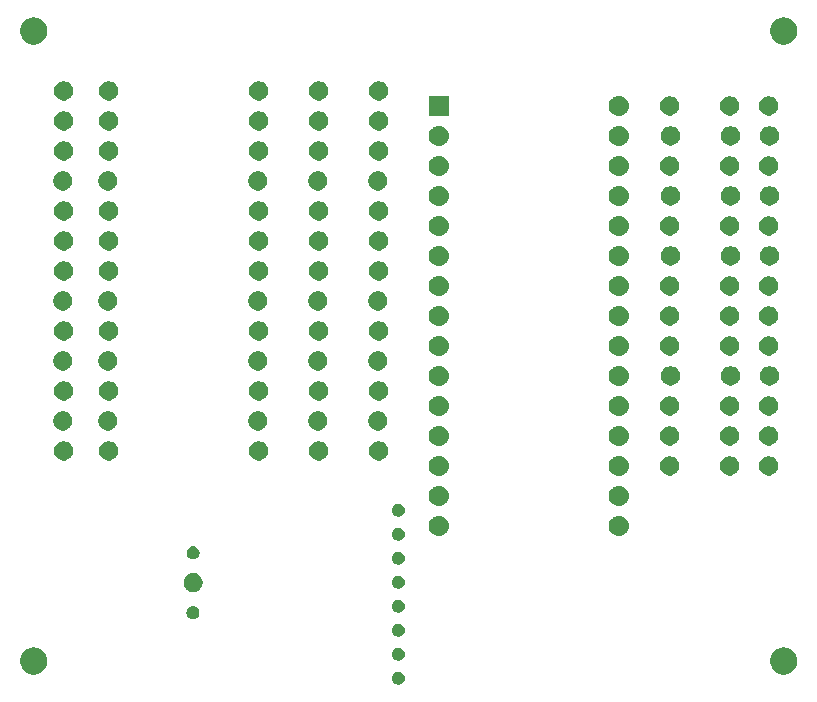
<source format=gbs>
G04 #@! TF.GenerationSoftware,KiCad,Pcbnew,(5.1.0)-1*
G04 #@! TF.CreationDate,2019-07-11T20:21:55+02:00*
G04 #@! TF.ProjectId,Arduino_HM_1,41726475-696e-46f5-9f48-4d5f312e6b69,rev?*
G04 #@! TF.SameCoordinates,Original*
G04 #@! TF.FileFunction,Soldermask,Bot*
G04 #@! TF.FilePolarity,Negative*
%FSLAX46Y46*%
G04 Gerber Fmt 4.6, Leading zero omitted, Abs format (unit mm)*
G04 Created by KiCad (PCBNEW (5.1.0)-1) date 2019-07-11 20:21:55*
%MOMM*%
%LPD*%
G04 APERTURE LIST*
%ADD10C,0.100000*%
G04 APERTURE END LIST*
D10*
G36*
X46272721Y-72052174D02*
G01*
X46372995Y-72093709D01*
X46372996Y-72093710D01*
X46463242Y-72154010D01*
X46539990Y-72230758D01*
X46539991Y-72230760D01*
X46600291Y-72321005D01*
X46641826Y-72421279D01*
X46663000Y-72527730D01*
X46663000Y-72636270D01*
X46641826Y-72742721D01*
X46600291Y-72842995D01*
X46600290Y-72842996D01*
X46539990Y-72933242D01*
X46463242Y-73009990D01*
X46417812Y-73040345D01*
X46372995Y-73070291D01*
X46272721Y-73111826D01*
X46166270Y-73133000D01*
X46057730Y-73133000D01*
X45951279Y-73111826D01*
X45851005Y-73070291D01*
X45806188Y-73040345D01*
X45760758Y-73009990D01*
X45684010Y-72933242D01*
X45623710Y-72842996D01*
X45623709Y-72842995D01*
X45582174Y-72742721D01*
X45561000Y-72636270D01*
X45561000Y-72527730D01*
X45582174Y-72421279D01*
X45623709Y-72321005D01*
X45684009Y-72230760D01*
X45684010Y-72230758D01*
X45760758Y-72154010D01*
X45851004Y-72093710D01*
X45851005Y-72093709D01*
X45951279Y-72052174D01*
X46057730Y-72031000D01*
X46166270Y-72031000D01*
X46272721Y-72052174D01*
X46272721Y-72052174D01*
G37*
G36*
X78964549Y-69991116D02*
G01*
X79075734Y-70013232D01*
X79285203Y-70099997D01*
X79473720Y-70225960D01*
X79634040Y-70386280D01*
X79760003Y-70574797D01*
X79816305Y-70710721D01*
X79846768Y-70784267D01*
X79870036Y-70901240D01*
X79891000Y-71006636D01*
X79891000Y-71233364D01*
X79846768Y-71455734D01*
X79760003Y-71665203D01*
X79634040Y-71853720D01*
X79473720Y-72014040D01*
X79285203Y-72140003D01*
X79075734Y-72226768D01*
X78964549Y-72248884D01*
X78853365Y-72271000D01*
X78626635Y-72271000D01*
X78515451Y-72248884D01*
X78404266Y-72226768D01*
X78194797Y-72140003D01*
X78006280Y-72014040D01*
X77845960Y-71853720D01*
X77719997Y-71665203D01*
X77633232Y-71455734D01*
X77589000Y-71233364D01*
X77589000Y-71006636D01*
X77609965Y-70901240D01*
X77633232Y-70784267D01*
X77663696Y-70710721D01*
X77719997Y-70574797D01*
X77845960Y-70386280D01*
X78006280Y-70225960D01*
X78194797Y-70099997D01*
X78404266Y-70013232D01*
X78515451Y-69991116D01*
X78626635Y-69969000D01*
X78853365Y-69969000D01*
X78964549Y-69991116D01*
X78964549Y-69991116D01*
G37*
G36*
X15464549Y-69991116D02*
G01*
X15575734Y-70013232D01*
X15785203Y-70099997D01*
X15973720Y-70225960D01*
X16134040Y-70386280D01*
X16260003Y-70574797D01*
X16316305Y-70710721D01*
X16346768Y-70784267D01*
X16370036Y-70901240D01*
X16391000Y-71006636D01*
X16391000Y-71233364D01*
X16346768Y-71455734D01*
X16260003Y-71665203D01*
X16134040Y-71853720D01*
X15973720Y-72014040D01*
X15785203Y-72140003D01*
X15575734Y-72226768D01*
X15464549Y-72248884D01*
X15353365Y-72271000D01*
X15126635Y-72271000D01*
X15015451Y-72248884D01*
X14904266Y-72226768D01*
X14694797Y-72140003D01*
X14506280Y-72014040D01*
X14345960Y-71853720D01*
X14219997Y-71665203D01*
X14133232Y-71455734D01*
X14089000Y-71233364D01*
X14089000Y-71006636D01*
X14109965Y-70901240D01*
X14133232Y-70784267D01*
X14163696Y-70710721D01*
X14219997Y-70574797D01*
X14345960Y-70386280D01*
X14506280Y-70225960D01*
X14694797Y-70099997D01*
X14904266Y-70013232D01*
X15015451Y-69991116D01*
X15126635Y-69969000D01*
X15353365Y-69969000D01*
X15464549Y-69991116D01*
X15464549Y-69991116D01*
G37*
G36*
X46272721Y-70020174D02*
G01*
X46372995Y-70061709D01*
X46372996Y-70061710D01*
X46463242Y-70122010D01*
X46539990Y-70198758D01*
X46539991Y-70198760D01*
X46600291Y-70289005D01*
X46641826Y-70389279D01*
X46663000Y-70495730D01*
X46663000Y-70604270D01*
X46641826Y-70710721D01*
X46600291Y-70810995D01*
X46600290Y-70810996D01*
X46539990Y-70901242D01*
X46463242Y-70977990D01*
X46420371Y-71006635D01*
X46372995Y-71038291D01*
X46272721Y-71079826D01*
X46166270Y-71101000D01*
X46057730Y-71101000D01*
X45951279Y-71079826D01*
X45851005Y-71038291D01*
X45803629Y-71006635D01*
X45760758Y-70977990D01*
X45684010Y-70901242D01*
X45623710Y-70810996D01*
X45623709Y-70810995D01*
X45582174Y-70710721D01*
X45561000Y-70604270D01*
X45561000Y-70495730D01*
X45582174Y-70389279D01*
X45623709Y-70289005D01*
X45684009Y-70198760D01*
X45684010Y-70198758D01*
X45760758Y-70122010D01*
X45851004Y-70061710D01*
X45851005Y-70061709D01*
X45951279Y-70020174D01*
X46057730Y-69999000D01*
X46166270Y-69999000D01*
X46272721Y-70020174D01*
X46272721Y-70020174D01*
G37*
G36*
X46272721Y-67988174D02*
G01*
X46372995Y-68029709D01*
X46372996Y-68029710D01*
X46463242Y-68090010D01*
X46539990Y-68166758D01*
X46539991Y-68166760D01*
X46600291Y-68257005D01*
X46641826Y-68357279D01*
X46663000Y-68463730D01*
X46663000Y-68572270D01*
X46641826Y-68678721D01*
X46600291Y-68778995D01*
X46600290Y-68778996D01*
X46539990Y-68869242D01*
X46463242Y-68945990D01*
X46417812Y-68976345D01*
X46372995Y-69006291D01*
X46272721Y-69047826D01*
X46166270Y-69069000D01*
X46057730Y-69069000D01*
X45951279Y-69047826D01*
X45851005Y-69006291D01*
X45806188Y-68976345D01*
X45760758Y-68945990D01*
X45684010Y-68869242D01*
X45623710Y-68778996D01*
X45623709Y-68778995D01*
X45582174Y-68678721D01*
X45561000Y-68572270D01*
X45561000Y-68463730D01*
X45582174Y-68357279D01*
X45623709Y-68257005D01*
X45684009Y-68166760D01*
X45684010Y-68166758D01*
X45760758Y-68090010D01*
X45851004Y-68029710D01*
X45851005Y-68029709D01*
X45951279Y-67988174D01*
X46057730Y-67967000D01*
X46166270Y-67967000D01*
X46272721Y-67988174D01*
X46272721Y-67988174D01*
G37*
G36*
X28890721Y-66490174D02*
G01*
X28990995Y-66531709D01*
X28990996Y-66531710D01*
X29081242Y-66592010D01*
X29157990Y-66668758D01*
X29157991Y-66668760D01*
X29218291Y-66759005D01*
X29259826Y-66859279D01*
X29281000Y-66965730D01*
X29281000Y-67074270D01*
X29259826Y-67180721D01*
X29218291Y-67280995D01*
X29218290Y-67280996D01*
X29157990Y-67371242D01*
X29081242Y-67447990D01*
X29035812Y-67478345D01*
X28990995Y-67508291D01*
X28890721Y-67549826D01*
X28784270Y-67571000D01*
X28675730Y-67571000D01*
X28569279Y-67549826D01*
X28469005Y-67508291D01*
X28424188Y-67478345D01*
X28378758Y-67447990D01*
X28302010Y-67371242D01*
X28241710Y-67280996D01*
X28241709Y-67280995D01*
X28200174Y-67180721D01*
X28179000Y-67074270D01*
X28179000Y-66965730D01*
X28200174Y-66859279D01*
X28241709Y-66759005D01*
X28302009Y-66668760D01*
X28302010Y-66668758D01*
X28378758Y-66592010D01*
X28469004Y-66531710D01*
X28469005Y-66531709D01*
X28569279Y-66490174D01*
X28675730Y-66469000D01*
X28784270Y-66469000D01*
X28890721Y-66490174D01*
X28890721Y-66490174D01*
G37*
G36*
X46272721Y-65956174D02*
G01*
X46372995Y-65997709D01*
X46372996Y-65997710D01*
X46463242Y-66058010D01*
X46539990Y-66134758D01*
X46539991Y-66134760D01*
X46600291Y-66225005D01*
X46641826Y-66325279D01*
X46663000Y-66431730D01*
X46663000Y-66540270D01*
X46641826Y-66646721D01*
X46600291Y-66746995D01*
X46600290Y-66746996D01*
X46539990Y-66837242D01*
X46463242Y-66913990D01*
X46417812Y-66944345D01*
X46372995Y-66974291D01*
X46272721Y-67015826D01*
X46166270Y-67037000D01*
X46057730Y-67037000D01*
X45951279Y-67015826D01*
X45851005Y-66974291D01*
X45806188Y-66944345D01*
X45760758Y-66913990D01*
X45684010Y-66837242D01*
X45623710Y-66746996D01*
X45623709Y-66746995D01*
X45582174Y-66646721D01*
X45561000Y-66540270D01*
X45561000Y-66431730D01*
X45582174Y-66325279D01*
X45623709Y-66225005D01*
X45684009Y-66134760D01*
X45684010Y-66134758D01*
X45760758Y-66058010D01*
X45851004Y-65997710D01*
X45851005Y-65997709D01*
X45951279Y-65956174D01*
X46057730Y-65935000D01*
X46166270Y-65935000D01*
X46272721Y-65956174D01*
X46272721Y-65956174D01*
G37*
G36*
X28972042Y-63712381D02*
G01*
X29117814Y-63772762D01*
X29117816Y-63772763D01*
X29249008Y-63860422D01*
X29360578Y-63971992D01*
X29448237Y-64103184D01*
X29448238Y-64103186D01*
X29508619Y-64248958D01*
X29539400Y-64403707D01*
X29539400Y-64561493D01*
X29508619Y-64716242D01*
X29471754Y-64805242D01*
X29448237Y-64862016D01*
X29360578Y-64993208D01*
X29249008Y-65104778D01*
X29117816Y-65192437D01*
X29117815Y-65192438D01*
X29117814Y-65192438D01*
X28972042Y-65252819D01*
X28817293Y-65283600D01*
X28659507Y-65283600D01*
X28504758Y-65252819D01*
X28358986Y-65192438D01*
X28358985Y-65192438D01*
X28358984Y-65192437D01*
X28227792Y-65104778D01*
X28116222Y-64993208D01*
X28028563Y-64862016D01*
X28005046Y-64805242D01*
X27968181Y-64716242D01*
X27937400Y-64561493D01*
X27937400Y-64403707D01*
X27968181Y-64248958D01*
X28028562Y-64103186D01*
X28028563Y-64103184D01*
X28116222Y-63971992D01*
X28227792Y-63860422D01*
X28358984Y-63772763D01*
X28358986Y-63772762D01*
X28504758Y-63712381D01*
X28659507Y-63681600D01*
X28817293Y-63681600D01*
X28972042Y-63712381D01*
X28972042Y-63712381D01*
G37*
G36*
X46272721Y-63924174D02*
G01*
X46372995Y-63965709D01*
X46417812Y-63995655D01*
X46463242Y-64026010D01*
X46539990Y-64102758D01*
X46540276Y-64103186D01*
X46600291Y-64193005D01*
X46641826Y-64293279D01*
X46663000Y-64399730D01*
X46663000Y-64508270D01*
X46641826Y-64614721D01*
X46600291Y-64714995D01*
X46599457Y-64716243D01*
X46539990Y-64805242D01*
X46463242Y-64881990D01*
X46417812Y-64912345D01*
X46372995Y-64942291D01*
X46272721Y-64983826D01*
X46166270Y-65005000D01*
X46057730Y-65005000D01*
X45951279Y-64983826D01*
X45851005Y-64942291D01*
X45806188Y-64912345D01*
X45760758Y-64881990D01*
X45684010Y-64805242D01*
X45624543Y-64716243D01*
X45623709Y-64714995D01*
X45582174Y-64614721D01*
X45561000Y-64508270D01*
X45561000Y-64399730D01*
X45582174Y-64293279D01*
X45623709Y-64193005D01*
X45683724Y-64103186D01*
X45684010Y-64102758D01*
X45760758Y-64026010D01*
X45806188Y-63995655D01*
X45851005Y-63965709D01*
X45951279Y-63924174D01*
X46057730Y-63903000D01*
X46166270Y-63903000D01*
X46272721Y-63924174D01*
X46272721Y-63924174D01*
G37*
G36*
X46272721Y-61892174D02*
G01*
X46372995Y-61933709D01*
X46372996Y-61933710D01*
X46463242Y-61994010D01*
X46539990Y-62070758D01*
X46539991Y-62070760D01*
X46600291Y-62161005D01*
X46641826Y-62261279D01*
X46663000Y-62367730D01*
X46663000Y-62476270D01*
X46641826Y-62582721D01*
X46600291Y-62682995D01*
X46600290Y-62682996D01*
X46539990Y-62773242D01*
X46463242Y-62849990D01*
X46417812Y-62880345D01*
X46372995Y-62910291D01*
X46272721Y-62951826D01*
X46166270Y-62973000D01*
X46057730Y-62973000D01*
X45951279Y-62951826D01*
X45851005Y-62910291D01*
X45806188Y-62880345D01*
X45760758Y-62849990D01*
X45684010Y-62773242D01*
X45623710Y-62682996D01*
X45623709Y-62682995D01*
X45582174Y-62582721D01*
X45561000Y-62476270D01*
X45561000Y-62367730D01*
X45582174Y-62261279D01*
X45623709Y-62161005D01*
X45684009Y-62070760D01*
X45684010Y-62070758D01*
X45760758Y-61994010D01*
X45851004Y-61933710D01*
X45851005Y-61933709D01*
X45951279Y-61892174D01*
X46057730Y-61871000D01*
X46166270Y-61871000D01*
X46272721Y-61892174D01*
X46272721Y-61892174D01*
G37*
G36*
X28910721Y-61430174D02*
G01*
X29010995Y-61471709D01*
X29010996Y-61471710D01*
X29101242Y-61532010D01*
X29177990Y-61608758D01*
X29177991Y-61608760D01*
X29238291Y-61699005D01*
X29279826Y-61799279D01*
X29301000Y-61905730D01*
X29301000Y-62014270D01*
X29279826Y-62120721D01*
X29238291Y-62220995D01*
X29238290Y-62220996D01*
X29177990Y-62311242D01*
X29101242Y-62387990D01*
X29055812Y-62418345D01*
X29010995Y-62448291D01*
X28910721Y-62489826D01*
X28804270Y-62511000D01*
X28695730Y-62511000D01*
X28589279Y-62489826D01*
X28489005Y-62448291D01*
X28444188Y-62418345D01*
X28398758Y-62387990D01*
X28322010Y-62311242D01*
X28261710Y-62220996D01*
X28261709Y-62220995D01*
X28220174Y-62120721D01*
X28199000Y-62014270D01*
X28199000Y-61905730D01*
X28220174Y-61799279D01*
X28261709Y-61699005D01*
X28322009Y-61608760D01*
X28322010Y-61608758D01*
X28398758Y-61532010D01*
X28489004Y-61471710D01*
X28489005Y-61471709D01*
X28589279Y-61430174D01*
X28695730Y-61409000D01*
X28804270Y-61409000D01*
X28910721Y-61430174D01*
X28910721Y-61430174D01*
G37*
G36*
X46272721Y-59860174D02*
G01*
X46372995Y-59901709D01*
X46372996Y-59901710D01*
X46463242Y-59962010D01*
X46539990Y-60038758D01*
X46539991Y-60038760D01*
X46600291Y-60129005D01*
X46641826Y-60229279D01*
X46663000Y-60335730D01*
X46663000Y-60444270D01*
X46641826Y-60550721D01*
X46600291Y-60650995D01*
X46600290Y-60650996D01*
X46539990Y-60741242D01*
X46463242Y-60817990D01*
X46417812Y-60848345D01*
X46372995Y-60878291D01*
X46272721Y-60919826D01*
X46166270Y-60941000D01*
X46057730Y-60941000D01*
X45951279Y-60919826D01*
X45851005Y-60878291D01*
X45806188Y-60848345D01*
X45760758Y-60817990D01*
X45684010Y-60741242D01*
X45623710Y-60650996D01*
X45623709Y-60650995D01*
X45582174Y-60550721D01*
X45561000Y-60444270D01*
X45561000Y-60335730D01*
X45582174Y-60229279D01*
X45623709Y-60129005D01*
X45684009Y-60038760D01*
X45684010Y-60038758D01*
X45760758Y-59962010D01*
X45851004Y-59901710D01*
X45851005Y-59901709D01*
X45951279Y-59860174D01*
X46057730Y-59839000D01*
X46166270Y-59839000D01*
X46272721Y-59860174D01*
X46272721Y-59860174D01*
G37*
G36*
X64936823Y-58851313D02*
G01*
X65097242Y-58899976D01*
X65229906Y-58970886D01*
X65245078Y-58978996D01*
X65374659Y-59085341D01*
X65481004Y-59214922D01*
X65481005Y-59214924D01*
X65560024Y-59362758D01*
X65608687Y-59523177D01*
X65625117Y-59690000D01*
X65608687Y-59856823D01*
X65560024Y-60017242D01*
X65548523Y-60038758D01*
X65481004Y-60165078D01*
X65374659Y-60294659D01*
X65245078Y-60401004D01*
X65245076Y-60401005D01*
X65097242Y-60480024D01*
X64936823Y-60528687D01*
X64811804Y-60541000D01*
X64728196Y-60541000D01*
X64603177Y-60528687D01*
X64442758Y-60480024D01*
X64294924Y-60401005D01*
X64294922Y-60401004D01*
X64165341Y-60294659D01*
X64058996Y-60165078D01*
X63991477Y-60038758D01*
X63979976Y-60017242D01*
X63931313Y-59856823D01*
X63914883Y-59690000D01*
X63931313Y-59523177D01*
X63979976Y-59362758D01*
X64058995Y-59214924D01*
X64058996Y-59214922D01*
X64165341Y-59085341D01*
X64294922Y-58978996D01*
X64310094Y-58970886D01*
X64442758Y-58899976D01*
X64603177Y-58851313D01*
X64728196Y-58839000D01*
X64811804Y-58839000D01*
X64936823Y-58851313D01*
X64936823Y-58851313D01*
G37*
G36*
X49696823Y-58851313D02*
G01*
X49857242Y-58899976D01*
X49989906Y-58970886D01*
X50005078Y-58978996D01*
X50134659Y-59085341D01*
X50241004Y-59214922D01*
X50241005Y-59214924D01*
X50320024Y-59362758D01*
X50368687Y-59523177D01*
X50385117Y-59690000D01*
X50368687Y-59856823D01*
X50320024Y-60017242D01*
X50308523Y-60038758D01*
X50241004Y-60165078D01*
X50134659Y-60294659D01*
X50005078Y-60401004D01*
X50005076Y-60401005D01*
X49857242Y-60480024D01*
X49696823Y-60528687D01*
X49571804Y-60541000D01*
X49488196Y-60541000D01*
X49363177Y-60528687D01*
X49202758Y-60480024D01*
X49054924Y-60401005D01*
X49054922Y-60401004D01*
X48925341Y-60294659D01*
X48818996Y-60165078D01*
X48751477Y-60038758D01*
X48739976Y-60017242D01*
X48691313Y-59856823D01*
X48674883Y-59690000D01*
X48691313Y-59523177D01*
X48739976Y-59362758D01*
X48818995Y-59214924D01*
X48818996Y-59214922D01*
X48925341Y-59085341D01*
X49054922Y-58978996D01*
X49070094Y-58970886D01*
X49202758Y-58899976D01*
X49363177Y-58851313D01*
X49488196Y-58839000D01*
X49571804Y-58839000D01*
X49696823Y-58851313D01*
X49696823Y-58851313D01*
G37*
G36*
X46272721Y-57828174D02*
G01*
X46372995Y-57869709D01*
X46372996Y-57869710D01*
X46463242Y-57930010D01*
X46539990Y-58006758D01*
X46539991Y-58006760D01*
X46600291Y-58097005D01*
X46641826Y-58197279D01*
X46663000Y-58303730D01*
X46663000Y-58412270D01*
X46641826Y-58518721D01*
X46600291Y-58618995D01*
X46600290Y-58618996D01*
X46539990Y-58709242D01*
X46463242Y-58785990D01*
X46417812Y-58816345D01*
X46372995Y-58846291D01*
X46272721Y-58887826D01*
X46166270Y-58909000D01*
X46057730Y-58909000D01*
X45951279Y-58887826D01*
X45851005Y-58846291D01*
X45806188Y-58816345D01*
X45760758Y-58785990D01*
X45684010Y-58709242D01*
X45623710Y-58618996D01*
X45623709Y-58618995D01*
X45582174Y-58518721D01*
X45561000Y-58412270D01*
X45561000Y-58303730D01*
X45582174Y-58197279D01*
X45623709Y-58097005D01*
X45684009Y-58006760D01*
X45684010Y-58006758D01*
X45760758Y-57930010D01*
X45851004Y-57869710D01*
X45851005Y-57869709D01*
X45951279Y-57828174D01*
X46057730Y-57807000D01*
X46166270Y-57807000D01*
X46272721Y-57828174D01*
X46272721Y-57828174D01*
G37*
G36*
X64936823Y-56311313D02*
G01*
X65097242Y-56359976D01*
X65229906Y-56430886D01*
X65245078Y-56438996D01*
X65374659Y-56545341D01*
X65481004Y-56674922D01*
X65481005Y-56674924D01*
X65560024Y-56822758D01*
X65608687Y-56983177D01*
X65625117Y-57150000D01*
X65608687Y-57316823D01*
X65560024Y-57477242D01*
X65489114Y-57609906D01*
X65481004Y-57625078D01*
X65374659Y-57754659D01*
X65245078Y-57861004D01*
X65245076Y-57861005D01*
X65097242Y-57940024D01*
X64936823Y-57988687D01*
X64811804Y-58001000D01*
X64728196Y-58001000D01*
X64603177Y-57988687D01*
X64442758Y-57940024D01*
X64294924Y-57861005D01*
X64294922Y-57861004D01*
X64165341Y-57754659D01*
X64058996Y-57625078D01*
X64050886Y-57609906D01*
X63979976Y-57477242D01*
X63931313Y-57316823D01*
X63914883Y-57150000D01*
X63931313Y-56983177D01*
X63979976Y-56822758D01*
X64058995Y-56674924D01*
X64058996Y-56674922D01*
X64165341Y-56545341D01*
X64294922Y-56438996D01*
X64310094Y-56430886D01*
X64442758Y-56359976D01*
X64603177Y-56311313D01*
X64728196Y-56299000D01*
X64811804Y-56299000D01*
X64936823Y-56311313D01*
X64936823Y-56311313D01*
G37*
G36*
X49696823Y-56311313D02*
G01*
X49857242Y-56359976D01*
X49989906Y-56430886D01*
X50005078Y-56438996D01*
X50134659Y-56545341D01*
X50241004Y-56674922D01*
X50241005Y-56674924D01*
X50320024Y-56822758D01*
X50368687Y-56983177D01*
X50385117Y-57150000D01*
X50368687Y-57316823D01*
X50320024Y-57477242D01*
X50249114Y-57609906D01*
X50241004Y-57625078D01*
X50134659Y-57754659D01*
X50005078Y-57861004D01*
X50005076Y-57861005D01*
X49857242Y-57940024D01*
X49696823Y-57988687D01*
X49571804Y-58001000D01*
X49488196Y-58001000D01*
X49363177Y-57988687D01*
X49202758Y-57940024D01*
X49054924Y-57861005D01*
X49054922Y-57861004D01*
X48925341Y-57754659D01*
X48818996Y-57625078D01*
X48810886Y-57609906D01*
X48739976Y-57477242D01*
X48691313Y-57316823D01*
X48674883Y-57150000D01*
X48691313Y-56983177D01*
X48739976Y-56822758D01*
X48818995Y-56674924D01*
X48818996Y-56674922D01*
X48925341Y-56545341D01*
X49054922Y-56438996D01*
X49070094Y-56430886D01*
X49202758Y-56359976D01*
X49363177Y-56311313D01*
X49488196Y-56299000D01*
X49571804Y-56299000D01*
X49696823Y-56311313D01*
X49696823Y-56311313D01*
G37*
G36*
X49696823Y-53771313D02*
G01*
X49857242Y-53819976D01*
X49987366Y-53889529D01*
X50005078Y-53898996D01*
X50134659Y-54005341D01*
X50241004Y-54134922D01*
X50241005Y-54134924D01*
X50320024Y-54282758D01*
X50368687Y-54443177D01*
X50385117Y-54610000D01*
X50368687Y-54776823D01*
X50320024Y-54937242D01*
X50249114Y-55069906D01*
X50241004Y-55085078D01*
X50134659Y-55214659D01*
X50005078Y-55321004D01*
X50005076Y-55321005D01*
X49857242Y-55400024D01*
X49696823Y-55448687D01*
X49571804Y-55461000D01*
X49488196Y-55461000D01*
X49363177Y-55448687D01*
X49202758Y-55400024D01*
X49054924Y-55321005D01*
X49054922Y-55321004D01*
X48925341Y-55214659D01*
X48818996Y-55085078D01*
X48810886Y-55069906D01*
X48739976Y-54937242D01*
X48691313Y-54776823D01*
X48674883Y-54610000D01*
X48691313Y-54443177D01*
X48739976Y-54282758D01*
X48818995Y-54134924D01*
X48818996Y-54134922D01*
X48925341Y-54005341D01*
X49054922Y-53898996D01*
X49072634Y-53889529D01*
X49202758Y-53819976D01*
X49363177Y-53771313D01*
X49488196Y-53759000D01*
X49571804Y-53759000D01*
X49696823Y-53771313D01*
X49696823Y-53771313D01*
G37*
G36*
X64936823Y-53771313D02*
G01*
X65097242Y-53819976D01*
X65227366Y-53889529D01*
X65245078Y-53898996D01*
X65374659Y-54005341D01*
X65481004Y-54134922D01*
X65481005Y-54134924D01*
X65560024Y-54282758D01*
X65608687Y-54443177D01*
X65625117Y-54610000D01*
X65608687Y-54776823D01*
X65560024Y-54937242D01*
X65489114Y-55069906D01*
X65481004Y-55085078D01*
X65374659Y-55214659D01*
X65245078Y-55321004D01*
X65245076Y-55321005D01*
X65097242Y-55400024D01*
X64936823Y-55448687D01*
X64811804Y-55461000D01*
X64728196Y-55461000D01*
X64603177Y-55448687D01*
X64442758Y-55400024D01*
X64294924Y-55321005D01*
X64294922Y-55321004D01*
X64165341Y-55214659D01*
X64058996Y-55085078D01*
X64050886Y-55069906D01*
X63979976Y-54937242D01*
X63931313Y-54776823D01*
X63914883Y-54610000D01*
X63931313Y-54443177D01*
X63979976Y-54282758D01*
X64058995Y-54134924D01*
X64058996Y-54134922D01*
X64165341Y-54005341D01*
X64294922Y-53898996D01*
X64312634Y-53889529D01*
X64442758Y-53819976D01*
X64603177Y-53771313D01*
X64728196Y-53759000D01*
X64811804Y-53759000D01*
X64936823Y-53771313D01*
X64936823Y-53771313D01*
G37*
G36*
X69325142Y-53828242D02*
G01*
X69473101Y-53889529D01*
X69606255Y-53978499D01*
X69719501Y-54091745D01*
X69808471Y-54224899D01*
X69869758Y-54372858D01*
X69901000Y-54529925D01*
X69901000Y-54690075D01*
X69869758Y-54847142D01*
X69808471Y-54995101D01*
X69719501Y-55128255D01*
X69606255Y-55241501D01*
X69473101Y-55330471D01*
X69325142Y-55391758D01*
X69168075Y-55423000D01*
X69007925Y-55423000D01*
X68850858Y-55391758D01*
X68702899Y-55330471D01*
X68569745Y-55241501D01*
X68456499Y-55128255D01*
X68367529Y-54995101D01*
X68306242Y-54847142D01*
X68275000Y-54690075D01*
X68275000Y-54529925D01*
X68306242Y-54372858D01*
X68367529Y-54224899D01*
X68456499Y-54091745D01*
X68569745Y-53978499D01*
X68702899Y-53889529D01*
X68850858Y-53828242D01*
X69007925Y-53797000D01*
X69168075Y-53797000D01*
X69325142Y-53828242D01*
X69325142Y-53828242D01*
G37*
G36*
X74405142Y-53828242D02*
G01*
X74553101Y-53889529D01*
X74686255Y-53978499D01*
X74799501Y-54091745D01*
X74888471Y-54224899D01*
X74949758Y-54372858D01*
X74981000Y-54529925D01*
X74981000Y-54690075D01*
X74949758Y-54847142D01*
X74888471Y-54995101D01*
X74799501Y-55128255D01*
X74686255Y-55241501D01*
X74553101Y-55330471D01*
X74405142Y-55391758D01*
X74248075Y-55423000D01*
X74087925Y-55423000D01*
X73930858Y-55391758D01*
X73782899Y-55330471D01*
X73649745Y-55241501D01*
X73536499Y-55128255D01*
X73447529Y-54995101D01*
X73386242Y-54847142D01*
X73355000Y-54690075D01*
X73355000Y-54529925D01*
X73386242Y-54372858D01*
X73447529Y-54224899D01*
X73536499Y-54091745D01*
X73649745Y-53978499D01*
X73782899Y-53889529D01*
X73930858Y-53828242D01*
X74087925Y-53797000D01*
X74248075Y-53797000D01*
X74405142Y-53828242D01*
X74405142Y-53828242D01*
G37*
G36*
X77707142Y-53828242D02*
G01*
X77855101Y-53889529D01*
X77988255Y-53978499D01*
X78101501Y-54091745D01*
X78190471Y-54224899D01*
X78251758Y-54372858D01*
X78283000Y-54529925D01*
X78283000Y-54690075D01*
X78251758Y-54847142D01*
X78190471Y-54995101D01*
X78101501Y-55128255D01*
X77988255Y-55241501D01*
X77855101Y-55330471D01*
X77707142Y-55391758D01*
X77550075Y-55423000D01*
X77389925Y-55423000D01*
X77232858Y-55391758D01*
X77084899Y-55330471D01*
X76951745Y-55241501D01*
X76838499Y-55128255D01*
X76749529Y-54995101D01*
X76688242Y-54847142D01*
X76657000Y-54690075D01*
X76657000Y-54529925D01*
X76688242Y-54372858D01*
X76749529Y-54224899D01*
X76838499Y-54091745D01*
X76951745Y-53978499D01*
X77084899Y-53889529D01*
X77232858Y-53828242D01*
X77389925Y-53797000D01*
X77550075Y-53797000D01*
X77707142Y-53828242D01*
X77707142Y-53828242D01*
G37*
G36*
X39607142Y-52558242D02*
G01*
X39755101Y-52619529D01*
X39888255Y-52708499D01*
X40001501Y-52821745D01*
X40090471Y-52954899D01*
X40151758Y-53102858D01*
X40183000Y-53259925D01*
X40183000Y-53420075D01*
X40151758Y-53577142D01*
X40090471Y-53725101D01*
X40001501Y-53858255D01*
X39888255Y-53971501D01*
X39755101Y-54060471D01*
X39607142Y-54121758D01*
X39450075Y-54153000D01*
X39289925Y-54153000D01*
X39132858Y-54121758D01*
X38984899Y-54060471D01*
X38851745Y-53971501D01*
X38738499Y-53858255D01*
X38649529Y-53725101D01*
X38588242Y-53577142D01*
X38557000Y-53420075D01*
X38557000Y-53259925D01*
X38588242Y-53102858D01*
X38649529Y-52954899D01*
X38738499Y-52821745D01*
X38851745Y-52708499D01*
X38984899Y-52619529D01*
X39132858Y-52558242D01*
X39289925Y-52527000D01*
X39450075Y-52527000D01*
X39607142Y-52558242D01*
X39607142Y-52558242D01*
G37*
G36*
X34527142Y-52558242D02*
G01*
X34675101Y-52619529D01*
X34808255Y-52708499D01*
X34921501Y-52821745D01*
X35010471Y-52954899D01*
X35071758Y-53102858D01*
X35103000Y-53259925D01*
X35103000Y-53420075D01*
X35071758Y-53577142D01*
X35010471Y-53725101D01*
X34921501Y-53858255D01*
X34808255Y-53971501D01*
X34675101Y-54060471D01*
X34527142Y-54121758D01*
X34370075Y-54153000D01*
X34209925Y-54153000D01*
X34052858Y-54121758D01*
X33904899Y-54060471D01*
X33771745Y-53971501D01*
X33658499Y-53858255D01*
X33569529Y-53725101D01*
X33508242Y-53577142D01*
X33477000Y-53420075D01*
X33477000Y-53259925D01*
X33508242Y-53102858D01*
X33569529Y-52954899D01*
X33658499Y-52821745D01*
X33771745Y-52708499D01*
X33904899Y-52619529D01*
X34052858Y-52558242D01*
X34209925Y-52527000D01*
X34370075Y-52527000D01*
X34527142Y-52558242D01*
X34527142Y-52558242D01*
G37*
G36*
X21827142Y-52558242D02*
G01*
X21975101Y-52619529D01*
X22108255Y-52708499D01*
X22221501Y-52821745D01*
X22310471Y-52954899D01*
X22371758Y-53102858D01*
X22403000Y-53259925D01*
X22403000Y-53420075D01*
X22371758Y-53577142D01*
X22310471Y-53725101D01*
X22221501Y-53858255D01*
X22108255Y-53971501D01*
X21975101Y-54060471D01*
X21827142Y-54121758D01*
X21670075Y-54153000D01*
X21509925Y-54153000D01*
X21352858Y-54121758D01*
X21204899Y-54060471D01*
X21071745Y-53971501D01*
X20958499Y-53858255D01*
X20869529Y-53725101D01*
X20808242Y-53577142D01*
X20777000Y-53420075D01*
X20777000Y-53259925D01*
X20808242Y-53102858D01*
X20869529Y-52954899D01*
X20958499Y-52821745D01*
X21071745Y-52708499D01*
X21204899Y-52619529D01*
X21352858Y-52558242D01*
X21509925Y-52527000D01*
X21670075Y-52527000D01*
X21827142Y-52558242D01*
X21827142Y-52558242D01*
G37*
G36*
X44687142Y-52558242D02*
G01*
X44835101Y-52619529D01*
X44968255Y-52708499D01*
X45081501Y-52821745D01*
X45170471Y-52954899D01*
X45231758Y-53102858D01*
X45263000Y-53259925D01*
X45263000Y-53420075D01*
X45231758Y-53577142D01*
X45170471Y-53725101D01*
X45081501Y-53858255D01*
X44968255Y-53971501D01*
X44835101Y-54060471D01*
X44687142Y-54121758D01*
X44530075Y-54153000D01*
X44369925Y-54153000D01*
X44212858Y-54121758D01*
X44064899Y-54060471D01*
X43931745Y-53971501D01*
X43818499Y-53858255D01*
X43729529Y-53725101D01*
X43668242Y-53577142D01*
X43637000Y-53420075D01*
X43637000Y-53259925D01*
X43668242Y-53102858D01*
X43729529Y-52954899D01*
X43818499Y-52821745D01*
X43931745Y-52708499D01*
X44064899Y-52619529D01*
X44212858Y-52558242D01*
X44369925Y-52527000D01*
X44530075Y-52527000D01*
X44687142Y-52558242D01*
X44687142Y-52558242D01*
G37*
G36*
X18017142Y-52558242D02*
G01*
X18165101Y-52619529D01*
X18298255Y-52708499D01*
X18411501Y-52821745D01*
X18500471Y-52954899D01*
X18561758Y-53102858D01*
X18593000Y-53259925D01*
X18593000Y-53420075D01*
X18561758Y-53577142D01*
X18500471Y-53725101D01*
X18411501Y-53858255D01*
X18298255Y-53971501D01*
X18165101Y-54060471D01*
X18017142Y-54121758D01*
X17860075Y-54153000D01*
X17699925Y-54153000D01*
X17542858Y-54121758D01*
X17394899Y-54060471D01*
X17261745Y-53971501D01*
X17148499Y-53858255D01*
X17059529Y-53725101D01*
X16998242Y-53577142D01*
X16967000Y-53420075D01*
X16967000Y-53259925D01*
X16998242Y-53102858D01*
X17059529Y-52954899D01*
X17148499Y-52821745D01*
X17261745Y-52708499D01*
X17394899Y-52619529D01*
X17542858Y-52558242D01*
X17699925Y-52527000D01*
X17860075Y-52527000D01*
X18017142Y-52558242D01*
X18017142Y-52558242D01*
G37*
G36*
X64936823Y-51231313D02*
G01*
X65097242Y-51279976D01*
X65227366Y-51349529D01*
X65245078Y-51358996D01*
X65374659Y-51465341D01*
X65481004Y-51594922D01*
X65481005Y-51594924D01*
X65560024Y-51742758D01*
X65608687Y-51903177D01*
X65625117Y-52070000D01*
X65608687Y-52236823D01*
X65560024Y-52397242D01*
X65490667Y-52527000D01*
X65481004Y-52545078D01*
X65374659Y-52674659D01*
X65245078Y-52781004D01*
X65245076Y-52781005D01*
X65097242Y-52860024D01*
X64936823Y-52908687D01*
X64811804Y-52921000D01*
X64728196Y-52921000D01*
X64603177Y-52908687D01*
X64442758Y-52860024D01*
X64294924Y-52781005D01*
X64294922Y-52781004D01*
X64165341Y-52674659D01*
X64058996Y-52545078D01*
X64049333Y-52527000D01*
X63979976Y-52397242D01*
X63931313Y-52236823D01*
X63914883Y-52070000D01*
X63931313Y-51903177D01*
X63979976Y-51742758D01*
X64058995Y-51594924D01*
X64058996Y-51594922D01*
X64165341Y-51465341D01*
X64294922Y-51358996D01*
X64312634Y-51349529D01*
X64442758Y-51279976D01*
X64603177Y-51231313D01*
X64728196Y-51219000D01*
X64811804Y-51219000D01*
X64936823Y-51231313D01*
X64936823Y-51231313D01*
G37*
G36*
X49696823Y-51231313D02*
G01*
X49857242Y-51279976D01*
X49987366Y-51349529D01*
X50005078Y-51358996D01*
X50134659Y-51465341D01*
X50241004Y-51594922D01*
X50241005Y-51594924D01*
X50320024Y-51742758D01*
X50368687Y-51903177D01*
X50385117Y-52070000D01*
X50368687Y-52236823D01*
X50320024Y-52397242D01*
X50250667Y-52527000D01*
X50241004Y-52545078D01*
X50134659Y-52674659D01*
X50005078Y-52781004D01*
X50005076Y-52781005D01*
X49857242Y-52860024D01*
X49696823Y-52908687D01*
X49571804Y-52921000D01*
X49488196Y-52921000D01*
X49363177Y-52908687D01*
X49202758Y-52860024D01*
X49054924Y-52781005D01*
X49054922Y-52781004D01*
X48925341Y-52674659D01*
X48818996Y-52545078D01*
X48809333Y-52527000D01*
X48739976Y-52397242D01*
X48691313Y-52236823D01*
X48674883Y-52070000D01*
X48691313Y-51903177D01*
X48739976Y-51742758D01*
X48818995Y-51594924D01*
X48818996Y-51594922D01*
X48925341Y-51465341D01*
X49054922Y-51358996D01*
X49072634Y-51349529D01*
X49202758Y-51279976D01*
X49363177Y-51231313D01*
X49488196Y-51219000D01*
X49571804Y-51219000D01*
X49696823Y-51231313D01*
X49696823Y-51231313D01*
G37*
G36*
X74405142Y-51288242D02*
G01*
X74553101Y-51349529D01*
X74686255Y-51438499D01*
X74799501Y-51551745D01*
X74888471Y-51684899D01*
X74949758Y-51832858D01*
X74981000Y-51989925D01*
X74981000Y-52150075D01*
X74949758Y-52307142D01*
X74888471Y-52455101D01*
X74799501Y-52588255D01*
X74686255Y-52701501D01*
X74553101Y-52790471D01*
X74405142Y-52851758D01*
X74248075Y-52883000D01*
X74087925Y-52883000D01*
X73930858Y-52851758D01*
X73782899Y-52790471D01*
X73649745Y-52701501D01*
X73536499Y-52588255D01*
X73447529Y-52455101D01*
X73386242Y-52307142D01*
X73355000Y-52150075D01*
X73355000Y-51989925D01*
X73386242Y-51832858D01*
X73447529Y-51684899D01*
X73536499Y-51551745D01*
X73649745Y-51438499D01*
X73782899Y-51349529D01*
X73930858Y-51288242D01*
X74087925Y-51257000D01*
X74248075Y-51257000D01*
X74405142Y-51288242D01*
X74405142Y-51288242D01*
G37*
G36*
X77707142Y-51288242D02*
G01*
X77855101Y-51349529D01*
X77988255Y-51438499D01*
X78101501Y-51551745D01*
X78190471Y-51684899D01*
X78251758Y-51832858D01*
X78283000Y-51989925D01*
X78283000Y-52150075D01*
X78251758Y-52307142D01*
X78190471Y-52455101D01*
X78101501Y-52588255D01*
X77988255Y-52701501D01*
X77855101Y-52790471D01*
X77707142Y-52851758D01*
X77550075Y-52883000D01*
X77389925Y-52883000D01*
X77232858Y-52851758D01*
X77084899Y-52790471D01*
X76951745Y-52701501D01*
X76838499Y-52588255D01*
X76749529Y-52455101D01*
X76688242Y-52307142D01*
X76657000Y-52150075D01*
X76657000Y-51989925D01*
X76688242Y-51832858D01*
X76749529Y-51684899D01*
X76838499Y-51551745D01*
X76951745Y-51438499D01*
X77084899Y-51349529D01*
X77232858Y-51288242D01*
X77389925Y-51257000D01*
X77550075Y-51257000D01*
X77707142Y-51288242D01*
X77707142Y-51288242D01*
G37*
G36*
X69325142Y-51288242D02*
G01*
X69473101Y-51349529D01*
X69606255Y-51438499D01*
X69719501Y-51551745D01*
X69808471Y-51684899D01*
X69869758Y-51832858D01*
X69901000Y-51989925D01*
X69901000Y-52150075D01*
X69869758Y-52307142D01*
X69808471Y-52455101D01*
X69719501Y-52588255D01*
X69606255Y-52701501D01*
X69473101Y-52790471D01*
X69325142Y-52851758D01*
X69168075Y-52883000D01*
X69007925Y-52883000D01*
X68850858Y-52851758D01*
X68702899Y-52790471D01*
X68569745Y-52701501D01*
X68456499Y-52588255D01*
X68367529Y-52455101D01*
X68306242Y-52307142D01*
X68275000Y-52150075D01*
X68275000Y-51989925D01*
X68306242Y-51832858D01*
X68367529Y-51684899D01*
X68456499Y-51551745D01*
X68569745Y-51438499D01*
X68702899Y-51349529D01*
X68850858Y-51288242D01*
X69007925Y-51257000D01*
X69168075Y-51257000D01*
X69325142Y-51288242D01*
X69325142Y-51288242D01*
G37*
G36*
X44610942Y-50018242D02*
G01*
X44758901Y-50079529D01*
X44892055Y-50168499D01*
X45005301Y-50281745D01*
X45094271Y-50414899D01*
X45155558Y-50562858D01*
X45186800Y-50719925D01*
X45186800Y-50880075D01*
X45155558Y-51037142D01*
X45094271Y-51185101D01*
X45005301Y-51318255D01*
X44892055Y-51431501D01*
X44758901Y-51520471D01*
X44610942Y-51581758D01*
X44453875Y-51613000D01*
X44293725Y-51613000D01*
X44136658Y-51581758D01*
X43988699Y-51520471D01*
X43855545Y-51431501D01*
X43742299Y-51318255D01*
X43653329Y-51185101D01*
X43592042Y-51037142D01*
X43560800Y-50880075D01*
X43560800Y-50719925D01*
X43592042Y-50562858D01*
X43653329Y-50414899D01*
X43742299Y-50281745D01*
X43855545Y-50168499D01*
X43988699Y-50079529D01*
X44136658Y-50018242D01*
X44293725Y-49987000D01*
X44453875Y-49987000D01*
X44610942Y-50018242D01*
X44610942Y-50018242D01*
G37*
G36*
X21750942Y-50018242D02*
G01*
X21898901Y-50079529D01*
X22032055Y-50168499D01*
X22145301Y-50281745D01*
X22234271Y-50414899D01*
X22295558Y-50562858D01*
X22326800Y-50719925D01*
X22326800Y-50880075D01*
X22295558Y-51037142D01*
X22234271Y-51185101D01*
X22145301Y-51318255D01*
X22032055Y-51431501D01*
X21898901Y-51520471D01*
X21750942Y-51581758D01*
X21593875Y-51613000D01*
X21433725Y-51613000D01*
X21276658Y-51581758D01*
X21128699Y-51520471D01*
X20995545Y-51431501D01*
X20882299Y-51318255D01*
X20793329Y-51185101D01*
X20732042Y-51037142D01*
X20700800Y-50880075D01*
X20700800Y-50719925D01*
X20732042Y-50562858D01*
X20793329Y-50414899D01*
X20882299Y-50281745D01*
X20995545Y-50168499D01*
X21128699Y-50079529D01*
X21276658Y-50018242D01*
X21433725Y-49987000D01*
X21593875Y-49987000D01*
X21750942Y-50018242D01*
X21750942Y-50018242D01*
G37*
G36*
X17940942Y-50018242D02*
G01*
X18088901Y-50079529D01*
X18222055Y-50168499D01*
X18335301Y-50281745D01*
X18424271Y-50414899D01*
X18485558Y-50562858D01*
X18516800Y-50719925D01*
X18516800Y-50880075D01*
X18485558Y-51037142D01*
X18424271Y-51185101D01*
X18335301Y-51318255D01*
X18222055Y-51431501D01*
X18088901Y-51520471D01*
X17940942Y-51581758D01*
X17783875Y-51613000D01*
X17623725Y-51613000D01*
X17466658Y-51581758D01*
X17318699Y-51520471D01*
X17185545Y-51431501D01*
X17072299Y-51318255D01*
X16983329Y-51185101D01*
X16922042Y-51037142D01*
X16890800Y-50880075D01*
X16890800Y-50719925D01*
X16922042Y-50562858D01*
X16983329Y-50414899D01*
X17072299Y-50281745D01*
X17185545Y-50168499D01*
X17318699Y-50079529D01*
X17466658Y-50018242D01*
X17623725Y-49987000D01*
X17783875Y-49987000D01*
X17940942Y-50018242D01*
X17940942Y-50018242D01*
G37*
G36*
X34450942Y-50018242D02*
G01*
X34598901Y-50079529D01*
X34732055Y-50168499D01*
X34845301Y-50281745D01*
X34934271Y-50414899D01*
X34995558Y-50562858D01*
X35026800Y-50719925D01*
X35026800Y-50880075D01*
X34995558Y-51037142D01*
X34934271Y-51185101D01*
X34845301Y-51318255D01*
X34732055Y-51431501D01*
X34598901Y-51520471D01*
X34450942Y-51581758D01*
X34293875Y-51613000D01*
X34133725Y-51613000D01*
X33976658Y-51581758D01*
X33828699Y-51520471D01*
X33695545Y-51431501D01*
X33582299Y-51318255D01*
X33493329Y-51185101D01*
X33432042Y-51037142D01*
X33400800Y-50880075D01*
X33400800Y-50719925D01*
X33432042Y-50562858D01*
X33493329Y-50414899D01*
X33582299Y-50281745D01*
X33695545Y-50168499D01*
X33828699Y-50079529D01*
X33976658Y-50018242D01*
X34133725Y-49987000D01*
X34293875Y-49987000D01*
X34450942Y-50018242D01*
X34450942Y-50018242D01*
G37*
G36*
X39530942Y-50018242D02*
G01*
X39678901Y-50079529D01*
X39812055Y-50168499D01*
X39925301Y-50281745D01*
X40014271Y-50414899D01*
X40075558Y-50562858D01*
X40106800Y-50719925D01*
X40106800Y-50880075D01*
X40075558Y-51037142D01*
X40014271Y-51185101D01*
X39925301Y-51318255D01*
X39812055Y-51431501D01*
X39678901Y-51520471D01*
X39530942Y-51581758D01*
X39373875Y-51613000D01*
X39213725Y-51613000D01*
X39056658Y-51581758D01*
X38908699Y-51520471D01*
X38775545Y-51431501D01*
X38662299Y-51318255D01*
X38573329Y-51185101D01*
X38512042Y-51037142D01*
X38480800Y-50880075D01*
X38480800Y-50719925D01*
X38512042Y-50562858D01*
X38573329Y-50414899D01*
X38662299Y-50281745D01*
X38775545Y-50168499D01*
X38908699Y-50079529D01*
X39056658Y-50018242D01*
X39213725Y-49987000D01*
X39373875Y-49987000D01*
X39530942Y-50018242D01*
X39530942Y-50018242D01*
G37*
G36*
X64936823Y-48691313D02*
G01*
X65097242Y-48739976D01*
X65227366Y-48809529D01*
X65245078Y-48818996D01*
X65374659Y-48925341D01*
X65481004Y-49054922D01*
X65481005Y-49054924D01*
X65560024Y-49202758D01*
X65608687Y-49363177D01*
X65625117Y-49530000D01*
X65608687Y-49696823D01*
X65560024Y-49857242D01*
X65490667Y-49987000D01*
X65481004Y-50005078D01*
X65374659Y-50134659D01*
X65245078Y-50241004D01*
X65245076Y-50241005D01*
X65097242Y-50320024D01*
X64936823Y-50368687D01*
X64811804Y-50381000D01*
X64728196Y-50381000D01*
X64603177Y-50368687D01*
X64442758Y-50320024D01*
X64294924Y-50241005D01*
X64294922Y-50241004D01*
X64165341Y-50134659D01*
X64058996Y-50005078D01*
X64049333Y-49987000D01*
X63979976Y-49857242D01*
X63931313Y-49696823D01*
X63914883Y-49530000D01*
X63931313Y-49363177D01*
X63979976Y-49202758D01*
X64058995Y-49054924D01*
X64058996Y-49054922D01*
X64165341Y-48925341D01*
X64294922Y-48818996D01*
X64312634Y-48809529D01*
X64442758Y-48739976D01*
X64603177Y-48691313D01*
X64728196Y-48679000D01*
X64811804Y-48679000D01*
X64936823Y-48691313D01*
X64936823Y-48691313D01*
G37*
G36*
X49696823Y-48691313D02*
G01*
X49857242Y-48739976D01*
X49987366Y-48809529D01*
X50005078Y-48818996D01*
X50134659Y-48925341D01*
X50241004Y-49054922D01*
X50241005Y-49054924D01*
X50320024Y-49202758D01*
X50368687Y-49363177D01*
X50385117Y-49530000D01*
X50368687Y-49696823D01*
X50320024Y-49857242D01*
X50250667Y-49987000D01*
X50241004Y-50005078D01*
X50134659Y-50134659D01*
X50005078Y-50241004D01*
X50005076Y-50241005D01*
X49857242Y-50320024D01*
X49696823Y-50368687D01*
X49571804Y-50381000D01*
X49488196Y-50381000D01*
X49363177Y-50368687D01*
X49202758Y-50320024D01*
X49054924Y-50241005D01*
X49054922Y-50241004D01*
X48925341Y-50134659D01*
X48818996Y-50005078D01*
X48809333Y-49987000D01*
X48739976Y-49857242D01*
X48691313Y-49696823D01*
X48674883Y-49530000D01*
X48691313Y-49363177D01*
X48739976Y-49202758D01*
X48818995Y-49054924D01*
X48818996Y-49054922D01*
X48925341Y-48925341D01*
X49054922Y-48818996D01*
X49072634Y-48809529D01*
X49202758Y-48739976D01*
X49363177Y-48691313D01*
X49488196Y-48679000D01*
X49571804Y-48679000D01*
X49696823Y-48691313D01*
X49696823Y-48691313D01*
G37*
G36*
X69325142Y-48748242D02*
G01*
X69473101Y-48809529D01*
X69606255Y-48898499D01*
X69719501Y-49011745D01*
X69808471Y-49144899D01*
X69869758Y-49292858D01*
X69901000Y-49449925D01*
X69901000Y-49610075D01*
X69869758Y-49767142D01*
X69808471Y-49915101D01*
X69719501Y-50048255D01*
X69606255Y-50161501D01*
X69473101Y-50250471D01*
X69325142Y-50311758D01*
X69168075Y-50343000D01*
X69007925Y-50343000D01*
X68850858Y-50311758D01*
X68702899Y-50250471D01*
X68569745Y-50161501D01*
X68456499Y-50048255D01*
X68367529Y-49915101D01*
X68306242Y-49767142D01*
X68275000Y-49610075D01*
X68275000Y-49449925D01*
X68306242Y-49292858D01*
X68367529Y-49144899D01*
X68456499Y-49011745D01*
X68569745Y-48898499D01*
X68702899Y-48809529D01*
X68850858Y-48748242D01*
X69007925Y-48717000D01*
X69168075Y-48717000D01*
X69325142Y-48748242D01*
X69325142Y-48748242D01*
G37*
G36*
X74405142Y-48748242D02*
G01*
X74553101Y-48809529D01*
X74686255Y-48898499D01*
X74799501Y-49011745D01*
X74888471Y-49144899D01*
X74949758Y-49292858D01*
X74981000Y-49449925D01*
X74981000Y-49610075D01*
X74949758Y-49767142D01*
X74888471Y-49915101D01*
X74799501Y-50048255D01*
X74686255Y-50161501D01*
X74553101Y-50250471D01*
X74405142Y-50311758D01*
X74248075Y-50343000D01*
X74087925Y-50343000D01*
X73930858Y-50311758D01*
X73782899Y-50250471D01*
X73649745Y-50161501D01*
X73536499Y-50048255D01*
X73447529Y-49915101D01*
X73386242Y-49767142D01*
X73355000Y-49610075D01*
X73355000Y-49449925D01*
X73386242Y-49292858D01*
X73447529Y-49144899D01*
X73536499Y-49011745D01*
X73649745Y-48898499D01*
X73782899Y-48809529D01*
X73930858Y-48748242D01*
X74087925Y-48717000D01*
X74248075Y-48717000D01*
X74405142Y-48748242D01*
X74405142Y-48748242D01*
G37*
G36*
X77707142Y-48748242D02*
G01*
X77855101Y-48809529D01*
X77988255Y-48898499D01*
X78101501Y-49011745D01*
X78190471Y-49144899D01*
X78251758Y-49292858D01*
X78283000Y-49449925D01*
X78283000Y-49610075D01*
X78251758Y-49767142D01*
X78190471Y-49915101D01*
X78101501Y-50048255D01*
X77988255Y-50161501D01*
X77855101Y-50250471D01*
X77707142Y-50311758D01*
X77550075Y-50343000D01*
X77389925Y-50343000D01*
X77232858Y-50311758D01*
X77084899Y-50250471D01*
X76951745Y-50161501D01*
X76838499Y-50048255D01*
X76749529Y-49915101D01*
X76688242Y-49767142D01*
X76657000Y-49610075D01*
X76657000Y-49449925D01*
X76688242Y-49292858D01*
X76749529Y-49144899D01*
X76838499Y-49011745D01*
X76951745Y-48898499D01*
X77084899Y-48809529D01*
X77232858Y-48748242D01*
X77389925Y-48717000D01*
X77550075Y-48717000D01*
X77707142Y-48748242D01*
X77707142Y-48748242D01*
G37*
G36*
X34527142Y-47478242D02*
G01*
X34675101Y-47539529D01*
X34808255Y-47628499D01*
X34921501Y-47741745D01*
X35010471Y-47874899D01*
X35071758Y-48022858D01*
X35103000Y-48179925D01*
X35103000Y-48340075D01*
X35071758Y-48497142D01*
X35010471Y-48645101D01*
X34921501Y-48778255D01*
X34808255Y-48891501D01*
X34675101Y-48980471D01*
X34527142Y-49041758D01*
X34370075Y-49073000D01*
X34209925Y-49073000D01*
X34052858Y-49041758D01*
X33904899Y-48980471D01*
X33771745Y-48891501D01*
X33658499Y-48778255D01*
X33569529Y-48645101D01*
X33508242Y-48497142D01*
X33477000Y-48340075D01*
X33477000Y-48179925D01*
X33508242Y-48022858D01*
X33569529Y-47874899D01*
X33658499Y-47741745D01*
X33771745Y-47628499D01*
X33904899Y-47539529D01*
X34052858Y-47478242D01*
X34209925Y-47447000D01*
X34370075Y-47447000D01*
X34527142Y-47478242D01*
X34527142Y-47478242D01*
G37*
G36*
X39607142Y-47478242D02*
G01*
X39755101Y-47539529D01*
X39888255Y-47628499D01*
X40001501Y-47741745D01*
X40090471Y-47874899D01*
X40151758Y-48022858D01*
X40183000Y-48179925D01*
X40183000Y-48340075D01*
X40151758Y-48497142D01*
X40090471Y-48645101D01*
X40001501Y-48778255D01*
X39888255Y-48891501D01*
X39755101Y-48980471D01*
X39607142Y-49041758D01*
X39450075Y-49073000D01*
X39289925Y-49073000D01*
X39132858Y-49041758D01*
X38984899Y-48980471D01*
X38851745Y-48891501D01*
X38738499Y-48778255D01*
X38649529Y-48645101D01*
X38588242Y-48497142D01*
X38557000Y-48340075D01*
X38557000Y-48179925D01*
X38588242Y-48022858D01*
X38649529Y-47874899D01*
X38738499Y-47741745D01*
X38851745Y-47628499D01*
X38984899Y-47539529D01*
X39132858Y-47478242D01*
X39289925Y-47447000D01*
X39450075Y-47447000D01*
X39607142Y-47478242D01*
X39607142Y-47478242D01*
G37*
G36*
X21827142Y-47478242D02*
G01*
X21975101Y-47539529D01*
X22108255Y-47628499D01*
X22221501Y-47741745D01*
X22310471Y-47874899D01*
X22371758Y-48022858D01*
X22403000Y-48179925D01*
X22403000Y-48340075D01*
X22371758Y-48497142D01*
X22310471Y-48645101D01*
X22221501Y-48778255D01*
X22108255Y-48891501D01*
X21975101Y-48980471D01*
X21827142Y-49041758D01*
X21670075Y-49073000D01*
X21509925Y-49073000D01*
X21352858Y-49041758D01*
X21204899Y-48980471D01*
X21071745Y-48891501D01*
X20958499Y-48778255D01*
X20869529Y-48645101D01*
X20808242Y-48497142D01*
X20777000Y-48340075D01*
X20777000Y-48179925D01*
X20808242Y-48022858D01*
X20869529Y-47874899D01*
X20958499Y-47741745D01*
X21071745Y-47628499D01*
X21204899Y-47539529D01*
X21352858Y-47478242D01*
X21509925Y-47447000D01*
X21670075Y-47447000D01*
X21827142Y-47478242D01*
X21827142Y-47478242D01*
G37*
G36*
X18017142Y-47478242D02*
G01*
X18165101Y-47539529D01*
X18298255Y-47628499D01*
X18411501Y-47741745D01*
X18500471Y-47874899D01*
X18561758Y-48022858D01*
X18593000Y-48179925D01*
X18593000Y-48340075D01*
X18561758Y-48497142D01*
X18500471Y-48645101D01*
X18411501Y-48778255D01*
X18298255Y-48891501D01*
X18165101Y-48980471D01*
X18017142Y-49041758D01*
X17860075Y-49073000D01*
X17699925Y-49073000D01*
X17542858Y-49041758D01*
X17394899Y-48980471D01*
X17261745Y-48891501D01*
X17148499Y-48778255D01*
X17059529Y-48645101D01*
X16998242Y-48497142D01*
X16967000Y-48340075D01*
X16967000Y-48179925D01*
X16998242Y-48022858D01*
X17059529Y-47874899D01*
X17148499Y-47741745D01*
X17261745Y-47628499D01*
X17394899Y-47539529D01*
X17542858Y-47478242D01*
X17699925Y-47447000D01*
X17860075Y-47447000D01*
X18017142Y-47478242D01*
X18017142Y-47478242D01*
G37*
G36*
X44687142Y-47478242D02*
G01*
X44835101Y-47539529D01*
X44968255Y-47628499D01*
X45081501Y-47741745D01*
X45170471Y-47874899D01*
X45231758Y-48022858D01*
X45263000Y-48179925D01*
X45263000Y-48340075D01*
X45231758Y-48497142D01*
X45170471Y-48645101D01*
X45081501Y-48778255D01*
X44968255Y-48891501D01*
X44835101Y-48980471D01*
X44687142Y-49041758D01*
X44530075Y-49073000D01*
X44369925Y-49073000D01*
X44212858Y-49041758D01*
X44064899Y-48980471D01*
X43931745Y-48891501D01*
X43818499Y-48778255D01*
X43729529Y-48645101D01*
X43668242Y-48497142D01*
X43637000Y-48340075D01*
X43637000Y-48179925D01*
X43668242Y-48022858D01*
X43729529Y-47874899D01*
X43818499Y-47741745D01*
X43931745Y-47628499D01*
X44064899Y-47539529D01*
X44212858Y-47478242D01*
X44369925Y-47447000D01*
X44530075Y-47447000D01*
X44687142Y-47478242D01*
X44687142Y-47478242D01*
G37*
G36*
X64936823Y-46151313D02*
G01*
X65097242Y-46199976D01*
X65227366Y-46269529D01*
X65245078Y-46278996D01*
X65374659Y-46385341D01*
X65481004Y-46514922D01*
X65481005Y-46514924D01*
X65560024Y-46662758D01*
X65608687Y-46823177D01*
X65625117Y-46990000D01*
X65608687Y-47156823D01*
X65560024Y-47317242D01*
X65490667Y-47447000D01*
X65481004Y-47465078D01*
X65374659Y-47594659D01*
X65245078Y-47701004D01*
X65245076Y-47701005D01*
X65097242Y-47780024D01*
X64936823Y-47828687D01*
X64811804Y-47841000D01*
X64728196Y-47841000D01*
X64603177Y-47828687D01*
X64442758Y-47780024D01*
X64294924Y-47701005D01*
X64294922Y-47701004D01*
X64165341Y-47594659D01*
X64058996Y-47465078D01*
X64049333Y-47447000D01*
X63979976Y-47317242D01*
X63931313Y-47156823D01*
X63914883Y-46990000D01*
X63931313Y-46823177D01*
X63979976Y-46662758D01*
X64058995Y-46514924D01*
X64058996Y-46514922D01*
X64165341Y-46385341D01*
X64294922Y-46278996D01*
X64312634Y-46269529D01*
X64442758Y-46199976D01*
X64603177Y-46151313D01*
X64728196Y-46139000D01*
X64811804Y-46139000D01*
X64936823Y-46151313D01*
X64936823Y-46151313D01*
G37*
G36*
X49696823Y-46151313D02*
G01*
X49857242Y-46199976D01*
X49987366Y-46269529D01*
X50005078Y-46278996D01*
X50134659Y-46385341D01*
X50241004Y-46514922D01*
X50241005Y-46514924D01*
X50320024Y-46662758D01*
X50368687Y-46823177D01*
X50385117Y-46990000D01*
X50368687Y-47156823D01*
X50320024Y-47317242D01*
X50250667Y-47447000D01*
X50241004Y-47465078D01*
X50134659Y-47594659D01*
X50005078Y-47701004D01*
X50005076Y-47701005D01*
X49857242Y-47780024D01*
X49696823Y-47828687D01*
X49571804Y-47841000D01*
X49488196Y-47841000D01*
X49363177Y-47828687D01*
X49202758Y-47780024D01*
X49054924Y-47701005D01*
X49054922Y-47701004D01*
X48925341Y-47594659D01*
X48818996Y-47465078D01*
X48809333Y-47447000D01*
X48739976Y-47317242D01*
X48691313Y-47156823D01*
X48674883Y-46990000D01*
X48691313Y-46823177D01*
X48739976Y-46662758D01*
X48818995Y-46514924D01*
X48818996Y-46514922D01*
X48925341Y-46385341D01*
X49054922Y-46278996D01*
X49072634Y-46269529D01*
X49202758Y-46199976D01*
X49363177Y-46151313D01*
X49488196Y-46139000D01*
X49571804Y-46139000D01*
X49696823Y-46151313D01*
X49696823Y-46151313D01*
G37*
G36*
X74481342Y-46208242D02*
G01*
X74629301Y-46269529D01*
X74762455Y-46358499D01*
X74875701Y-46471745D01*
X74964671Y-46604899D01*
X75025958Y-46752858D01*
X75057200Y-46909925D01*
X75057200Y-47070075D01*
X75025958Y-47227142D01*
X74964671Y-47375101D01*
X74875701Y-47508255D01*
X74762455Y-47621501D01*
X74629301Y-47710471D01*
X74481342Y-47771758D01*
X74324275Y-47803000D01*
X74164125Y-47803000D01*
X74007058Y-47771758D01*
X73859099Y-47710471D01*
X73725945Y-47621501D01*
X73612699Y-47508255D01*
X73523729Y-47375101D01*
X73462442Y-47227142D01*
X73431200Y-47070075D01*
X73431200Y-46909925D01*
X73462442Y-46752858D01*
X73523729Y-46604899D01*
X73612699Y-46471745D01*
X73725945Y-46358499D01*
X73859099Y-46269529D01*
X74007058Y-46208242D01*
X74164125Y-46177000D01*
X74324275Y-46177000D01*
X74481342Y-46208242D01*
X74481342Y-46208242D01*
G37*
G36*
X69401342Y-46208242D02*
G01*
X69549301Y-46269529D01*
X69682455Y-46358499D01*
X69795701Y-46471745D01*
X69884671Y-46604899D01*
X69945958Y-46752858D01*
X69977200Y-46909925D01*
X69977200Y-47070075D01*
X69945958Y-47227142D01*
X69884671Y-47375101D01*
X69795701Y-47508255D01*
X69682455Y-47621501D01*
X69549301Y-47710471D01*
X69401342Y-47771758D01*
X69244275Y-47803000D01*
X69084125Y-47803000D01*
X68927058Y-47771758D01*
X68779099Y-47710471D01*
X68645945Y-47621501D01*
X68532699Y-47508255D01*
X68443729Y-47375101D01*
X68382442Y-47227142D01*
X68351200Y-47070075D01*
X68351200Y-46909925D01*
X68382442Y-46752858D01*
X68443729Y-46604899D01*
X68532699Y-46471745D01*
X68645945Y-46358499D01*
X68779099Y-46269529D01*
X68927058Y-46208242D01*
X69084125Y-46177000D01*
X69244275Y-46177000D01*
X69401342Y-46208242D01*
X69401342Y-46208242D01*
G37*
G36*
X77783342Y-46208242D02*
G01*
X77931301Y-46269529D01*
X78064455Y-46358499D01*
X78177701Y-46471745D01*
X78266671Y-46604899D01*
X78327958Y-46752858D01*
X78359200Y-46909925D01*
X78359200Y-47070075D01*
X78327958Y-47227142D01*
X78266671Y-47375101D01*
X78177701Y-47508255D01*
X78064455Y-47621501D01*
X77931301Y-47710471D01*
X77783342Y-47771758D01*
X77626275Y-47803000D01*
X77466125Y-47803000D01*
X77309058Y-47771758D01*
X77161099Y-47710471D01*
X77027945Y-47621501D01*
X76914699Y-47508255D01*
X76825729Y-47375101D01*
X76764442Y-47227142D01*
X76733200Y-47070075D01*
X76733200Y-46909925D01*
X76764442Y-46752858D01*
X76825729Y-46604899D01*
X76914699Y-46471745D01*
X77027945Y-46358499D01*
X77161099Y-46269529D01*
X77309058Y-46208242D01*
X77466125Y-46177000D01*
X77626275Y-46177000D01*
X77783342Y-46208242D01*
X77783342Y-46208242D01*
G37*
G36*
X17940942Y-44938242D02*
G01*
X18088901Y-44999529D01*
X18222055Y-45088499D01*
X18335301Y-45201745D01*
X18424271Y-45334899D01*
X18485558Y-45482858D01*
X18516800Y-45639925D01*
X18516800Y-45800075D01*
X18485558Y-45957142D01*
X18424271Y-46105101D01*
X18335301Y-46238255D01*
X18222055Y-46351501D01*
X18088901Y-46440471D01*
X17940942Y-46501758D01*
X17783875Y-46533000D01*
X17623725Y-46533000D01*
X17466658Y-46501758D01*
X17318699Y-46440471D01*
X17185545Y-46351501D01*
X17072299Y-46238255D01*
X16983329Y-46105101D01*
X16922042Y-45957142D01*
X16890800Y-45800075D01*
X16890800Y-45639925D01*
X16922042Y-45482858D01*
X16983329Y-45334899D01*
X17072299Y-45201745D01*
X17185545Y-45088499D01*
X17318699Y-44999529D01*
X17466658Y-44938242D01*
X17623725Y-44907000D01*
X17783875Y-44907000D01*
X17940942Y-44938242D01*
X17940942Y-44938242D01*
G37*
G36*
X34450942Y-44938242D02*
G01*
X34598901Y-44999529D01*
X34732055Y-45088499D01*
X34845301Y-45201745D01*
X34934271Y-45334899D01*
X34995558Y-45482858D01*
X35026800Y-45639925D01*
X35026800Y-45800075D01*
X34995558Y-45957142D01*
X34934271Y-46105101D01*
X34845301Y-46238255D01*
X34732055Y-46351501D01*
X34598901Y-46440471D01*
X34450942Y-46501758D01*
X34293875Y-46533000D01*
X34133725Y-46533000D01*
X33976658Y-46501758D01*
X33828699Y-46440471D01*
X33695545Y-46351501D01*
X33582299Y-46238255D01*
X33493329Y-46105101D01*
X33432042Y-45957142D01*
X33400800Y-45800075D01*
X33400800Y-45639925D01*
X33432042Y-45482858D01*
X33493329Y-45334899D01*
X33582299Y-45201745D01*
X33695545Y-45088499D01*
X33828699Y-44999529D01*
X33976658Y-44938242D01*
X34133725Y-44907000D01*
X34293875Y-44907000D01*
X34450942Y-44938242D01*
X34450942Y-44938242D01*
G37*
G36*
X44610942Y-44938242D02*
G01*
X44758901Y-44999529D01*
X44892055Y-45088499D01*
X45005301Y-45201745D01*
X45094271Y-45334899D01*
X45155558Y-45482858D01*
X45186800Y-45639925D01*
X45186800Y-45800075D01*
X45155558Y-45957142D01*
X45094271Y-46105101D01*
X45005301Y-46238255D01*
X44892055Y-46351501D01*
X44758901Y-46440471D01*
X44610942Y-46501758D01*
X44453875Y-46533000D01*
X44293725Y-46533000D01*
X44136658Y-46501758D01*
X43988699Y-46440471D01*
X43855545Y-46351501D01*
X43742299Y-46238255D01*
X43653329Y-46105101D01*
X43592042Y-45957142D01*
X43560800Y-45800075D01*
X43560800Y-45639925D01*
X43592042Y-45482858D01*
X43653329Y-45334899D01*
X43742299Y-45201745D01*
X43855545Y-45088499D01*
X43988699Y-44999529D01*
X44136658Y-44938242D01*
X44293725Y-44907000D01*
X44453875Y-44907000D01*
X44610942Y-44938242D01*
X44610942Y-44938242D01*
G37*
G36*
X21750942Y-44938242D02*
G01*
X21898901Y-44999529D01*
X22032055Y-45088499D01*
X22145301Y-45201745D01*
X22234271Y-45334899D01*
X22295558Y-45482858D01*
X22326800Y-45639925D01*
X22326800Y-45800075D01*
X22295558Y-45957142D01*
X22234271Y-46105101D01*
X22145301Y-46238255D01*
X22032055Y-46351501D01*
X21898901Y-46440471D01*
X21750942Y-46501758D01*
X21593875Y-46533000D01*
X21433725Y-46533000D01*
X21276658Y-46501758D01*
X21128699Y-46440471D01*
X20995545Y-46351501D01*
X20882299Y-46238255D01*
X20793329Y-46105101D01*
X20732042Y-45957142D01*
X20700800Y-45800075D01*
X20700800Y-45639925D01*
X20732042Y-45482858D01*
X20793329Y-45334899D01*
X20882299Y-45201745D01*
X20995545Y-45088499D01*
X21128699Y-44999529D01*
X21276658Y-44938242D01*
X21433725Y-44907000D01*
X21593875Y-44907000D01*
X21750942Y-44938242D01*
X21750942Y-44938242D01*
G37*
G36*
X39530942Y-44938242D02*
G01*
X39678901Y-44999529D01*
X39812055Y-45088499D01*
X39925301Y-45201745D01*
X40014271Y-45334899D01*
X40075558Y-45482858D01*
X40106800Y-45639925D01*
X40106800Y-45800075D01*
X40075558Y-45957142D01*
X40014271Y-46105101D01*
X39925301Y-46238255D01*
X39812055Y-46351501D01*
X39678901Y-46440471D01*
X39530942Y-46501758D01*
X39373875Y-46533000D01*
X39213725Y-46533000D01*
X39056658Y-46501758D01*
X38908699Y-46440471D01*
X38775545Y-46351501D01*
X38662299Y-46238255D01*
X38573329Y-46105101D01*
X38512042Y-45957142D01*
X38480800Y-45800075D01*
X38480800Y-45639925D01*
X38512042Y-45482858D01*
X38573329Y-45334899D01*
X38662299Y-45201745D01*
X38775545Y-45088499D01*
X38908699Y-44999529D01*
X39056658Y-44938242D01*
X39213725Y-44907000D01*
X39373875Y-44907000D01*
X39530942Y-44938242D01*
X39530942Y-44938242D01*
G37*
G36*
X64936823Y-43611313D02*
G01*
X65097242Y-43659976D01*
X65227366Y-43729529D01*
X65245078Y-43738996D01*
X65374659Y-43845341D01*
X65481004Y-43974922D01*
X65481005Y-43974924D01*
X65560024Y-44122758D01*
X65608687Y-44283177D01*
X65625117Y-44450000D01*
X65608687Y-44616823D01*
X65560024Y-44777242D01*
X65490667Y-44907000D01*
X65481004Y-44925078D01*
X65374659Y-45054659D01*
X65245078Y-45161004D01*
X65245076Y-45161005D01*
X65097242Y-45240024D01*
X64936823Y-45288687D01*
X64811804Y-45301000D01*
X64728196Y-45301000D01*
X64603177Y-45288687D01*
X64442758Y-45240024D01*
X64294924Y-45161005D01*
X64294922Y-45161004D01*
X64165341Y-45054659D01*
X64058996Y-44925078D01*
X64049333Y-44907000D01*
X63979976Y-44777242D01*
X63931313Y-44616823D01*
X63914883Y-44450000D01*
X63931313Y-44283177D01*
X63979976Y-44122758D01*
X64058995Y-43974924D01*
X64058996Y-43974922D01*
X64165341Y-43845341D01*
X64294922Y-43738996D01*
X64312634Y-43729529D01*
X64442758Y-43659976D01*
X64603177Y-43611313D01*
X64728196Y-43599000D01*
X64811804Y-43599000D01*
X64936823Y-43611313D01*
X64936823Y-43611313D01*
G37*
G36*
X49696823Y-43611313D02*
G01*
X49857242Y-43659976D01*
X49987366Y-43729529D01*
X50005078Y-43738996D01*
X50134659Y-43845341D01*
X50241004Y-43974922D01*
X50241005Y-43974924D01*
X50320024Y-44122758D01*
X50368687Y-44283177D01*
X50385117Y-44450000D01*
X50368687Y-44616823D01*
X50320024Y-44777242D01*
X50250667Y-44907000D01*
X50241004Y-44925078D01*
X50134659Y-45054659D01*
X50005078Y-45161004D01*
X50005076Y-45161005D01*
X49857242Y-45240024D01*
X49696823Y-45288687D01*
X49571804Y-45301000D01*
X49488196Y-45301000D01*
X49363177Y-45288687D01*
X49202758Y-45240024D01*
X49054924Y-45161005D01*
X49054922Y-45161004D01*
X48925341Y-45054659D01*
X48818996Y-44925078D01*
X48809333Y-44907000D01*
X48739976Y-44777242D01*
X48691313Y-44616823D01*
X48674883Y-44450000D01*
X48691313Y-44283177D01*
X48739976Y-44122758D01*
X48818995Y-43974924D01*
X48818996Y-43974922D01*
X48925341Y-43845341D01*
X49054922Y-43738996D01*
X49072634Y-43729529D01*
X49202758Y-43659976D01*
X49363177Y-43611313D01*
X49488196Y-43599000D01*
X49571804Y-43599000D01*
X49696823Y-43611313D01*
X49696823Y-43611313D01*
G37*
G36*
X69325142Y-43668242D02*
G01*
X69473101Y-43729529D01*
X69606255Y-43818499D01*
X69719501Y-43931745D01*
X69808471Y-44064899D01*
X69869758Y-44212858D01*
X69901000Y-44369925D01*
X69901000Y-44530075D01*
X69869758Y-44687142D01*
X69808471Y-44835101D01*
X69719501Y-44968255D01*
X69606255Y-45081501D01*
X69473101Y-45170471D01*
X69325142Y-45231758D01*
X69168075Y-45263000D01*
X69007925Y-45263000D01*
X68850858Y-45231758D01*
X68702899Y-45170471D01*
X68569745Y-45081501D01*
X68456499Y-44968255D01*
X68367529Y-44835101D01*
X68306242Y-44687142D01*
X68275000Y-44530075D01*
X68275000Y-44369925D01*
X68306242Y-44212858D01*
X68367529Y-44064899D01*
X68456499Y-43931745D01*
X68569745Y-43818499D01*
X68702899Y-43729529D01*
X68850858Y-43668242D01*
X69007925Y-43637000D01*
X69168075Y-43637000D01*
X69325142Y-43668242D01*
X69325142Y-43668242D01*
G37*
G36*
X77707142Y-43668242D02*
G01*
X77855101Y-43729529D01*
X77988255Y-43818499D01*
X78101501Y-43931745D01*
X78190471Y-44064899D01*
X78251758Y-44212858D01*
X78283000Y-44369925D01*
X78283000Y-44530075D01*
X78251758Y-44687142D01*
X78190471Y-44835101D01*
X78101501Y-44968255D01*
X77988255Y-45081501D01*
X77855101Y-45170471D01*
X77707142Y-45231758D01*
X77550075Y-45263000D01*
X77389925Y-45263000D01*
X77232858Y-45231758D01*
X77084899Y-45170471D01*
X76951745Y-45081501D01*
X76838499Y-44968255D01*
X76749529Y-44835101D01*
X76688242Y-44687142D01*
X76657000Y-44530075D01*
X76657000Y-44369925D01*
X76688242Y-44212858D01*
X76749529Y-44064899D01*
X76838499Y-43931745D01*
X76951745Y-43818499D01*
X77084899Y-43729529D01*
X77232858Y-43668242D01*
X77389925Y-43637000D01*
X77550075Y-43637000D01*
X77707142Y-43668242D01*
X77707142Y-43668242D01*
G37*
G36*
X74405142Y-43668242D02*
G01*
X74553101Y-43729529D01*
X74686255Y-43818499D01*
X74799501Y-43931745D01*
X74888471Y-44064899D01*
X74949758Y-44212858D01*
X74981000Y-44369925D01*
X74981000Y-44530075D01*
X74949758Y-44687142D01*
X74888471Y-44835101D01*
X74799501Y-44968255D01*
X74686255Y-45081501D01*
X74553101Y-45170471D01*
X74405142Y-45231758D01*
X74248075Y-45263000D01*
X74087925Y-45263000D01*
X73930858Y-45231758D01*
X73782899Y-45170471D01*
X73649745Y-45081501D01*
X73536499Y-44968255D01*
X73447529Y-44835101D01*
X73386242Y-44687142D01*
X73355000Y-44530075D01*
X73355000Y-44369925D01*
X73386242Y-44212858D01*
X73447529Y-44064899D01*
X73536499Y-43931745D01*
X73649745Y-43818499D01*
X73782899Y-43729529D01*
X73930858Y-43668242D01*
X74087925Y-43637000D01*
X74248075Y-43637000D01*
X74405142Y-43668242D01*
X74405142Y-43668242D01*
G37*
G36*
X21827142Y-42398242D02*
G01*
X21975101Y-42459529D01*
X22108255Y-42548499D01*
X22221501Y-42661745D01*
X22310471Y-42794899D01*
X22371758Y-42942858D01*
X22403000Y-43099925D01*
X22403000Y-43260075D01*
X22371758Y-43417142D01*
X22310471Y-43565101D01*
X22221501Y-43698255D01*
X22108255Y-43811501D01*
X21975101Y-43900471D01*
X21827142Y-43961758D01*
X21670075Y-43993000D01*
X21509925Y-43993000D01*
X21352858Y-43961758D01*
X21204899Y-43900471D01*
X21071745Y-43811501D01*
X20958499Y-43698255D01*
X20869529Y-43565101D01*
X20808242Y-43417142D01*
X20777000Y-43260075D01*
X20777000Y-43099925D01*
X20808242Y-42942858D01*
X20869529Y-42794899D01*
X20958499Y-42661745D01*
X21071745Y-42548499D01*
X21204899Y-42459529D01*
X21352858Y-42398242D01*
X21509925Y-42367000D01*
X21670075Y-42367000D01*
X21827142Y-42398242D01*
X21827142Y-42398242D01*
G37*
G36*
X44687142Y-42398242D02*
G01*
X44835101Y-42459529D01*
X44968255Y-42548499D01*
X45081501Y-42661745D01*
X45170471Y-42794899D01*
X45231758Y-42942858D01*
X45263000Y-43099925D01*
X45263000Y-43260075D01*
X45231758Y-43417142D01*
X45170471Y-43565101D01*
X45081501Y-43698255D01*
X44968255Y-43811501D01*
X44835101Y-43900471D01*
X44687142Y-43961758D01*
X44530075Y-43993000D01*
X44369925Y-43993000D01*
X44212858Y-43961758D01*
X44064899Y-43900471D01*
X43931745Y-43811501D01*
X43818499Y-43698255D01*
X43729529Y-43565101D01*
X43668242Y-43417142D01*
X43637000Y-43260075D01*
X43637000Y-43099925D01*
X43668242Y-42942858D01*
X43729529Y-42794899D01*
X43818499Y-42661745D01*
X43931745Y-42548499D01*
X44064899Y-42459529D01*
X44212858Y-42398242D01*
X44369925Y-42367000D01*
X44530075Y-42367000D01*
X44687142Y-42398242D01*
X44687142Y-42398242D01*
G37*
G36*
X18017142Y-42398242D02*
G01*
X18165101Y-42459529D01*
X18298255Y-42548499D01*
X18411501Y-42661745D01*
X18500471Y-42794899D01*
X18561758Y-42942858D01*
X18593000Y-43099925D01*
X18593000Y-43260075D01*
X18561758Y-43417142D01*
X18500471Y-43565101D01*
X18411501Y-43698255D01*
X18298255Y-43811501D01*
X18165101Y-43900471D01*
X18017142Y-43961758D01*
X17860075Y-43993000D01*
X17699925Y-43993000D01*
X17542858Y-43961758D01*
X17394899Y-43900471D01*
X17261745Y-43811501D01*
X17148499Y-43698255D01*
X17059529Y-43565101D01*
X16998242Y-43417142D01*
X16967000Y-43260075D01*
X16967000Y-43099925D01*
X16998242Y-42942858D01*
X17059529Y-42794899D01*
X17148499Y-42661745D01*
X17261745Y-42548499D01*
X17394899Y-42459529D01*
X17542858Y-42398242D01*
X17699925Y-42367000D01*
X17860075Y-42367000D01*
X18017142Y-42398242D01*
X18017142Y-42398242D01*
G37*
G36*
X34527142Y-42398242D02*
G01*
X34675101Y-42459529D01*
X34808255Y-42548499D01*
X34921501Y-42661745D01*
X35010471Y-42794899D01*
X35071758Y-42942858D01*
X35103000Y-43099925D01*
X35103000Y-43260075D01*
X35071758Y-43417142D01*
X35010471Y-43565101D01*
X34921501Y-43698255D01*
X34808255Y-43811501D01*
X34675101Y-43900471D01*
X34527142Y-43961758D01*
X34370075Y-43993000D01*
X34209925Y-43993000D01*
X34052858Y-43961758D01*
X33904899Y-43900471D01*
X33771745Y-43811501D01*
X33658499Y-43698255D01*
X33569529Y-43565101D01*
X33508242Y-43417142D01*
X33477000Y-43260075D01*
X33477000Y-43099925D01*
X33508242Y-42942858D01*
X33569529Y-42794899D01*
X33658499Y-42661745D01*
X33771745Y-42548499D01*
X33904899Y-42459529D01*
X34052858Y-42398242D01*
X34209925Y-42367000D01*
X34370075Y-42367000D01*
X34527142Y-42398242D01*
X34527142Y-42398242D01*
G37*
G36*
X39607142Y-42398242D02*
G01*
X39755101Y-42459529D01*
X39888255Y-42548499D01*
X40001501Y-42661745D01*
X40090471Y-42794899D01*
X40151758Y-42942858D01*
X40183000Y-43099925D01*
X40183000Y-43260075D01*
X40151758Y-43417142D01*
X40090471Y-43565101D01*
X40001501Y-43698255D01*
X39888255Y-43811501D01*
X39755101Y-43900471D01*
X39607142Y-43961758D01*
X39450075Y-43993000D01*
X39289925Y-43993000D01*
X39132858Y-43961758D01*
X38984899Y-43900471D01*
X38851745Y-43811501D01*
X38738499Y-43698255D01*
X38649529Y-43565101D01*
X38588242Y-43417142D01*
X38557000Y-43260075D01*
X38557000Y-43099925D01*
X38588242Y-42942858D01*
X38649529Y-42794899D01*
X38738499Y-42661745D01*
X38851745Y-42548499D01*
X38984899Y-42459529D01*
X39132858Y-42398242D01*
X39289925Y-42367000D01*
X39450075Y-42367000D01*
X39607142Y-42398242D01*
X39607142Y-42398242D01*
G37*
G36*
X64936823Y-41071313D02*
G01*
X65097242Y-41119976D01*
X65227366Y-41189529D01*
X65245078Y-41198996D01*
X65374659Y-41305341D01*
X65481004Y-41434922D01*
X65481005Y-41434924D01*
X65560024Y-41582758D01*
X65608687Y-41743177D01*
X65625117Y-41910000D01*
X65608687Y-42076823D01*
X65560024Y-42237242D01*
X65490667Y-42367000D01*
X65481004Y-42385078D01*
X65374659Y-42514659D01*
X65245078Y-42621004D01*
X65245076Y-42621005D01*
X65097242Y-42700024D01*
X64936823Y-42748687D01*
X64811804Y-42761000D01*
X64728196Y-42761000D01*
X64603177Y-42748687D01*
X64442758Y-42700024D01*
X64294924Y-42621005D01*
X64294922Y-42621004D01*
X64165341Y-42514659D01*
X64058996Y-42385078D01*
X64049333Y-42367000D01*
X63979976Y-42237242D01*
X63931313Y-42076823D01*
X63914883Y-41910000D01*
X63931313Y-41743177D01*
X63979976Y-41582758D01*
X64058995Y-41434924D01*
X64058996Y-41434922D01*
X64165341Y-41305341D01*
X64294922Y-41198996D01*
X64312634Y-41189529D01*
X64442758Y-41119976D01*
X64603177Y-41071313D01*
X64728196Y-41059000D01*
X64811804Y-41059000D01*
X64936823Y-41071313D01*
X64936823Y-41071313D01*
G37*
G36*
X49696823Y-41071313D02*
G01*
X49857242Y-41119976D01*
X49987366Y-41189529D01*
X50005078Y-41198996D01*
X50134659Y-41305341D01*
X50241004Y-41434922D01*
X50241005Y-41434924D01*
X50320024Y-41582758D01*
X50368687Y-41743177D01*
X50385117Y-41910000D01*
X50368687Y-42076823D01*
X50320024Y-42237242D01*
X50250667Y-42367000D01*
X50241004Y-42385078D01*
X50134659Y-42514659D01*
X50005078Y-42621004D01*
X50005076Y-42621005D01*
X49857242Y-42700024D01*
X49696823Y-42748687D01*
X49571804Y-42761000D01*
X49488196Y-42761000D01*
X49363177Y-42748687D01*
X49202758Y-42700024D01*
X49054924Y-42621005D01*
X49054922Y-42621004D01*
X48925341Y-42514659D01*
X48818996Y-42385078D01*
X48809333Y-42367000D01*
X48739976Y-42237242D01*
X48691313Y-42076823D01*
X48674883Y-41910000D01*
X48691313Y-41743177D01*
X48739976Y-41582758D01*
X48818995Y-41434924D01*
X48818996Y-41434922D01*
X48925341Y-41305341D01*
X49054922Y-41198996D01*
X49072634Y-41189529D01*
X49202758Y-41119976D01*
X49363177Y-41071313D01*
X49488196Y-41059000D01*
X49571804Y-41059000D01*
X49696823Y-41071313D01*
X49696823Y-41071313D01*
G37*
G36*
X77707142Y-41128242D02*
G01*
X77855101Y-41189529D01*
X77988255Y-41278499D01*
X78101501Y-41391745D01*
X78190471Y-41524899D01*
X78251758Y-41672858D01*
X78283000Y-41829925D01*
X78283000Y-41990075D01*
X78251758Y-42147142D01*
X78190471Y-42295101D01*
X78101501Y-42428255D01*
X77988255Y-42541501D01*
X77855101Y-42630471D01*
X77707142Y-42691758D01*
X77550075Y-42723000D01*
X77389925Y-42723000D01*
X77232858Y-42691758D01*
X77084899Y-42630471D01*
X76951745Y-42541501D01*
X76838499Y-42428255D01*
X76749529Y-42295101D01*
X76688242Y-42147142D01*
X76657000Y-41990075D01*
X76657000Y-41829925D01*
X76688242Y-41672858D01*
X76749529Y-41524899D01*
X76838499Y-41391745D01*
X76951745Y-41278499D01*
X77084899Y-41189529D01*
X77232858Y-41128242D01*
X77389925Y-41097000D01*
X77550075Y-41097000D01*
X77707142Y-41128242D01*
X77707142Y-41128242D01*
G37*
G36*
X74405142Y-41128242D02*
G01*
X74553101Y-41189529D01*
X74686255Y-41278499D01*
X74799501Y-41391745D01*
X74888471Y-41524899D01*
X74949758Y-41672858D01*
X74981000Y-41829925D01*
X74981000Y-41990075D01*
X74949758Y-42147142D01*
X74888471Y-42295101D01*
X74799501Y-42428255D01*
X74686255Y-42541501D01*
X74553101Y-42630471D01*
X74405142Y-42691758D01*
X74248075Y-42723000D01*
X74087925Y-42723000D01*
X73930858Y-42691758D01*
X73782899Y-42630471D01*
X73649745Y-42541501D01*
X73536499Y-42428255D01*
X73447529Y-42295101D01*
X73386242Y-42147142D01*
X73355000Y-41990075D01*
X73355000Y-41829925D01*
X73386242Y-41672858D01*
X73447529Y-41524899D01*
X73536499Y-41391745D01*
X73649745Y-41278499D01*
X73782899Y-41189529D01*
X73930858Y-41128242D01*
X74087925Y-41097000D01*
X74248075Y-41097000D01*
X74405142Y-41128242D01*
X74405142Y-41128242D01*
G37*
G36*
X69325142Y-41128242D02*
G01*
X69473101Y-41189529D01*
X69606255Y-41278499D01*
X69719501Y-41391745D01*
X69808471Y-41524899D01*
X69869758Y-41672858D01*
X69901000Y-41829925D01*
X69901000Y-41990075D01*
X69869758Y-42147142D01*
X69808471Y-42295101D01*
X69719501Y-42428255D01*
X69606255Y-42541501D01*
X69473101Y-42630471D01*
X69325142Y-42691758D01*
X69168075Y-42723000D01*
X69007925Y-42723000D01*
X68850858Y-42691758D01*
X68702899Y-42630471D01*
X68569745Y-42541501D01*
X68456499Y-42428255D01*
X68367529Y-42295101D01*
X68306242Y-42147142D01*
X68275000Y-41990075D01*
X68275000Y-41829925D01*
X68306242Y-41672858D01*
X68367529Y-41524899D01*
X68456499Y-41391745D01*
X68569745Y-41278499D01*
X68702899Y-41189529D01*
X68850858Y-41128242D01*
X69007925Y-41097000D01*
X69168075Y-41097000D01*
X69325142Y-41128242D01*
X69325142Y-41128242D01*
G37*
G36*
X39530942Y-39858242D02*
G01*
X39678901Y-39919529D01*
X39812055Y-40008499D01*
X39925301Y-40121745D01*
X40014271Y-40254899D01*
X40075558Y-40402858D01*
X40106800Y-40559925D01*
X40106800Y-40720075D01*
X40075558Y-40877142D01*
X40014271Y-41025101D01*
X39925301Y-41158255D01*
X39812055Y-41271501D01*
X39678901Y-41360471D01*
X39530942Y-41421758D01*
X39373875Y-41453000D01*
X39213725Y-41453000D01*
X39056658Y-41421758D01*
X38908699Y-41360471D01*
X38775545Y-41271501D01*
X38662299Y-41158255D01*
X38573329Y-41025101D01*
X38512042Y-40877142D01*
X38480800Y-40720075D01*
X38480800Y-40559925D01*
X38512042Y-40402858D01*
X38573329Y-40254899D01*
X38662299Y-40121745D01*
X38775545Y-40008499D01*
X38908699Y-39919529D01*
X39056658Y-39858242D01*
X39213725Y-39827000D01*
X39373875Y-39827000D01*
X39530942Y-39858242D01*
X39530942Y-39858242D01*
G37*
G36*
X34450942Y-39858242D02*
G01*
X34598901Y-39919529D01*
X34732055Y-40008499D01*
X34845301Y-40121745D01*
X34934271Y-40254899D01*
X34995558Y-40402858D01*
X35026800Y-40559925D01*
X35026800Y-40720075D01*
X34995558Y-40877142D01*
X34934271Y-41025101D01*
X34845301Y-41158255D01*
X34732055Y-41271501D01*
X34598901Y-41360471D01*
X34450942Y-41421758D01*
X34293875Y-41453000D01*
X34133725Y-41453000D01*
X33976658Y-41421758D01*
X33828699Y-41360471D01*
X33695545Y-41271501D01*
X33582299Y-41158255D01*
X33493329Y-41025101D01*
X33432042Y-40877142D01*
X33400800Y-40720075D01*
X33400800Y-40559925D01*
X33432042Y-40402858D01*
X33493329Y-40254899D01*
X33582299Y-40121745D01*
X33695545Y-40008499D01*
X33828699Y-39919529D01*
X33976658Y-39858242D01*
X34133725Y-39827000D01*
X34293875Y-39827000D01*
X34450942Y-39858242D01*
X34450942Y-39858242D01*
G37*
G36*
X17940942Y-39858242D02*
G01*
X18088901Y-39919529D01*
X18222055Y-40008499D01*
X18335301Y-40121745D01*
X18424271Y-40254899D01*
X18485558Y-40402858D01*
X18516800Y-40559925D01*
X18516800Y-40720075D01*
X18485558Y-40877142D01*
X18424271Y-41025101D01*
X18335301Y-41158255D01*
X18222055Y-41271501D01*
X18088901Y-41360471D01*
X17940942Y-41421758D01*
X17783875Y-41453000D01*
X17623725Y-41453000D01*
X17466658Y-41421758D01*
X17318699Y-41360471D01*
X17185545Y-41271501D01*
X17072299Y-41158255D01*
X16983329Y-41025101D01*
X16922042Y-40877142D01*
X16890800Y-40720075D01*
X16890800Y-40559925D01*
X16922042Y-40402858D01*
X16983329Y-40254899D01*
X17072299Y-40121745D01*
X17185545Y-40008499D01*
X17318699Y-39919529D01*
X17466658Y-39858242D01*
X17623725Y-39827000D01*
X17783875Y-39827000D01*
X17940942Y-39858242D01*
X17940942Y-39858242D01*
G37*
G36*
X21750942Y-39858242D02*
G01*
X21898901Y-39919529D01*
X22032055Y-40008499D01*
X22145301Y-40121745D01*
X22234271Y-40254899D01*
X22295558Y-40402858D01*
X22326800Y-40559925D01*
X22326800Y-40720075D01*
X22295558Y-40877142D01*
X22234271Y-41025101D01*
X22145301Y-41158255D01*
X22032055Y-41271501D01*
X21898901Y-41360471D01*
X21750942Y-41421758D01*
X21593875Y-41453000D01*
X21433725Y-41453000D01*
X21276658Y-41421758D01*
X21128699Y-41360471D01*
X20995545Y-41271501D01*
X20882299Y-41158255D01*
X20793329Y-41025101D01*
X20732042Y-40877142D01*
X20700800Y-40720075D01*
X20700800Y-40559925D01*
X20732042Y-40402858D01*
X20793329Y-40254899D01*
X20882299Y-40121745D01*
X20995545Y-40008499D01*
X21128699Y-39919529D01*
X21276658Y-39858242D01*
X21433725Y-39827000D01*
X21593875Y-39827000D01*
X21750942Y-39858242D01*
X21750942Y-39858242D01*
G37*
G36*
X44610942Y-39858242D02*
G01*
X44758901Y-39919529D01*
X44892055Y-40008499D01*
X45005301Y-40121745D01*
X45094271Y-40254899D01*
X45155558Y-40402858D01*
X45186800Y-40559925D01*
X45186800Y-40720075D01*
X45155558Y-40877142D01*
X45094271Y-41025101D01*
X45005301Y-41158255D01*
X44892055Y-41271501D01*
X44758901Y-41360471D01*
X44610942Y-41421758D01*
X44453875Y-41453000D01*
X44293725Y-41453000D01*
X44136658Y-41421758D01*
X43988699Y-41360471D01*
X43855545Y-41271501D01*
X43742299Y-41158255D01*
X43653329Y-41025101D01*
X43592042Y-40877142D01*
X43560800Y-40720075D01*
X43560800Y-40559925D01*
X43592042Y-40402858D01*
X43653329Y-40254899D01*
X43742299Y-40121745D01*
X43855545Y-40008499D01*
X43988699Y-39919529D01*
X44136658Y-39858242D01*
X44293725Y-39827000D01*
X44453875Y-39827000D01*
X44610942Y-39858242D01*
X44610942Y-39858242D01*
G37*
G36*
X49696823Y-38531313D02*
G01*
X49857242Y-38579976D01*
X49987366Y-38649529D01*
X50005078Y-38658996D01*
X50134659Y-38765341D01*
X50241004Y-38894922D01*
X50241005Y-38894924D01*
X50320024Y-39042758D01*
X50368687Y-39203177D01*
X50385117Y-39370000D01*
X50368687Y-39536823D01*
X50320024Y-39697242D01*
X50250667Y-39827000D01*
X50241004Y-39845078D01*
X50134659Y-39974659D01*
X50005078Y-40081004D01*
X50005076Y-40081005D01*
X49857242Y-40160024D01*
X49696823Y-40208687D01*
X49571804Y-40221000D01*
X49488196Y-40221000D01*
X49363177Y-40208687D01*
X49202758Y-40160024D01*
X49054924Y-40081005D01*
X49054922Y-40081004D01*
X48925341Y-39974659D01*
X48818996Y-39845078D01*
X48809333Y-39827000D01*
X48739976Y-39697242D01*
X48691313Y-39536823D01*
X48674883Y-39370000D01*
X48691313Y-39203177D01*
X48739976Y-39042758D01*
X48818995Y-38894924D01*
X48818996Y-38894922D01*
X48925341Y-38765341D01*
X49054922Y-38658996D01*
X49072634Y-38649529D01*
X49202758Y-38579976D01*
X49363177Y-38531313D01*
X49488196Y-38519000D01*
X49571804Y-38519000D01*
X49696823Y-38531313D01*
X49696823Y-38531313D01*
G37*
G36*
X64936823Y-38531313D02*
G01*
X65097242Y-38579976D01*
X65227366Y-38649529D01*
X65245078Y-38658996D01*
X65374659Y-38765341D01*
X65481004Y-38894922D01*
X65481005Y-38894924D01*
X65560024Y-39042758D01*
X65608687Y-39203177D01*
X65625117Y-39370000D01*
X65608687Y-39536823D01*
X65560024Y-39697242D01*
X65490667Y-39827000D01*
X65481004Y-39845078D01*
X65374659Y-39974659D01*
X65245078Y-40081004D01*
X65245076Y-40081005D01*
X65097242Y-40160024D01*
X64936823Y-40208687D01*
X64811804Y-40221000D01*
X64728196Y-40221000D01*
X64603177Y-40208687D01*
X64442758Y-40160024D01*
X64294924Y-40081005D01*
X64294922Y-40081004D01*
X64165341Y-39974659D01*
X64058996Y-39845078D01*
X64049333Y-39827000D01*
X63979976Y-39697242D01*
X63931313Y-39536823D01*
X63914883Y-39370000D01*
X63931313Y-39203177D01*
X63979976Y-39042758D01*
X64058995Y-38894924D01*
X64058996Y-38894922D01*
X64165341Y-38765341D01*
X64294922Y-38658996D01*
X64312634Y-38649529D01*
X64442758Y-38579976D01*
X64603177Y-38531313D01*
X64728196Y-38519000D01*
X64811804Y-38519000D01*
X64936823Y-38531313D01*
X64936823Y-38531313D01*
G37*
G36*
X77707142Y-38588242D02*
G01*
X77855101Y-38649529D01*
X77988255Y-38738499D01*
X78101501Y-38851745D01*
X78190471Y-38984899D01*
X78251758Y-39132858D01*
X78283000Y-39289925D01*
X78283000Y-39450075D01*
X78251758Y-39607142D01*
X78190471Y-39755101D01*
X78101501Y-39888255D01*
X77988255Y-40001501D01*
X77855101Y-40090471D01*
X77707142Y-40151758D01*
X77550075Y-40183000D01*
X77389925Y-40183000D01*
X77232858Y-40151758D01*
X77084899Y-40090471D01*
X76951745Y-40001501D01*
X76838499Y-39888255D01*
X76749529Y-39755101D01*
X76688242Y-39607142D01*
X76657000Y-39450075D01*
X76657000Y-39289925D01*
X76688242Y-39132858D01*
X76749529Y-38984899D01*
X76838499Y-38851745D01*
X76951745Y-38738499D01*
X77084899Y-38649529D01*
X77232858Y-38588242D01*
X77389925Y-38557000D01*
X77550075Y-38557000D01*
X77707142Y-38588242D01*
X77707142Y-38588242D01*
G37*
G36*
X69325142Y-38588242D02*
G01*
X69473101Y-38649529D01*
X69606255Y-38738499D01*
X69719501Y-38851745D01*
X69808471Y-38984899D01*
X69869758Y-39132858D01*
X69901000Y-39289925D01*
X69901000Y-39450075D01*
X69869758Y-39607142D01*
X69808471Y-39755101D01*
X69719501Y-39888255D01*
X69606255Y-40001501D01*
X69473101Y-40090471D01*
X69325142Y-40151758D01*
X69168075Y-40183000D01*
X69007925Y-40183000D01*
X68850858Y-40151758D01*
X68702899Y-40090471D01*
X68569745Y-40001501D01*
X68456499Y-39888255D01*
X68367529Y-39755101D01*
X68306242Y-39607142D01*
X68275000Y-39450075D01*
X68275000Y-39289925D01*
X68306242Y-39132858D01*
X68367529Y-38984899D01*
X68456499Y-38851745D01*
X68569745Y-38738499D01*
X68702899Y-38649529D01*
X68850858Y-38588242D01*
X69007925Y-38557000D01*
X69168075Y-38557000D01*
X69325142Y-38588242D01*
X69325142Y-38588242D01*
G37*
G36*
X74405142Y-38588242D02*
G01*
X74553101Y-38649529D01*
X74686255Y-38738499D01*
X74799501Y-38851745D01*
X74888471Y-38984899D01*
X74949758Y-39132858D01*
X74981000Y-39289925D01*
X74981000Y-39450075D01*
X74949758Y-39607142D01*
X74888471Y-39755101D01*
X74799501Y-39888255D01*
X74686255Y-40001501D01*
X74553101Y-40090471D01*
X74405142Y-40151758D01*
X74248075Y-40183000D01*
X74087925Y-40183000D01*
X73930858Y-40151758D01*
X73782899Y-40090471D01*
X73649745Y-40001501D01*
X73536499Y-39888255D01*
X73447529Y-39755101D01*
X73386242Y-39607142D01*
X73355000Y-39450075D01*
X73355000Y-39289925D01*
X73386242Y-39132858D01*
X73447529Y-38984899D01*
X73536499Y-38851745D01*
X73649745Y-38738499D01*
X73782899Y-38649529D01*
X73930858Y-38588242D01*
X74087925Y-38557000D01*
X74248075Y-38557000D01*
X74405142Y-38588242D01*
X74405142Y-38588242D01*
G37*
G36*
X34527142Y-37318242D02*
G01*
X34675101Y-37379529D01*
X34808255Y-37468499D01*
X34921501Y-37581745D01*
X35010471Y-37714899D01*
X35071758Y-37862858D01*
X35103000Y-38019925D01*
X35103000Y-38180075D01*
X35071758Y-38337142D01*
X35010471Y-38485101D01*
X34921501Y-38618255D01*
X34808255Y-38731501D01*
X34675101Y-38820471D01*
X34527142Y-38881758D01*
X34370075Y-38913000D01*
X34209925Y-38913000D01*
X34052858Y-38881758D01*
X33904899Y-38820471D01*
X33771745Y-38731501D01*
X33658499Y-38618255D01*
X33569529Y-38485101D01*
X33508242Y-38337142D01*
X33477000Y-38180075D01*
X33477000Y-38019925D01*
X33508242Y-37862858D01*
X33569529Y-37714899D01*
X33658499Y-37581745D01*
X33771745Y-37468499D01*
X33904899Y-37379529D01*
X34052858Y-37318242D01*
X34209925Y-37287000D01*
X34370075Y-37287000D01*
X34527142Y-37318242D01*
X34527142Y-37318242D01*
G37*
G36*
X39607142Y-37318242D02*
G01*
X39755101Y-37379529D01*
X39888255Y-37468499D01*
X40001501Y-37581745D01*
X40090471Y-37714899D01*
X40151758Y-37862858D01*
X40183000Y-38019925D01*
X40183000Y-38180075D01*
X40151758Y-38337142D01*
X40090471Y-38485101D01*
X40001501Y-38618255D01*
X39888255Y-38731501D01*
X39755101Y-38820471D01*
X39607142Y-38881758D01*
X39450075Y-38913000D01*
X39289925Y-38913000D01*
X39132858Y-38881758D01*
X38984899Y-38820471D01*
X38851745Y-38731501D01*
X38738499Y-38618255D01*
X38649529Y-38485101D01*
X38588242Y-38337142D01*
X38557000Y-38180075D01*
X38557000Y-38019925D01*
X38588242Y-37862858D01*
X38649529Y-37714899D01*
X38738499Y-37581745D01*
X38851745Y-37468499D01*
X38984899Y-37379529D01*
X39132858Y-37318242D01*
X39289925Y-37287000D01*
X39450075Y-37287000D01*
X39607142Y-37318242D01*
X39607142Y-37318242D01*
G37*
G36*
X44687142Y-37318242D02*
G01*
X44835101Y-37379529D01*
X44968255Y-37468499D01*
X45081501Y-37581745D01*
X45170471Y-37714899D01*
X45231758Y-37862858D01*
X45263000Y-38019925D01*
X45263000Y-38180075D01*
X45231758Y-38337142D01*
X45170471Y-38485101D01*
X45081501Y-38618255D01*
X44968255Y-38731501D01*
X44835101Y-38820471D01*
X44687142Y-38881758D01*
X44530075Y-38913000D01*
X44369925Y-38913000D01*
X44212858Y-38881758D01*
X44064899Y-38820471D01*
X43931745Y-38731501D01*
X43818499Y-38618255D01*
X43729529Y-38485101D01*
X43668242Y-38337142D01*
X43637000Y-38180075D01*
X43637000Y-38019925D01*
X43668242Y-37862858D01*
X43729529Y-37714899D01*
X43818499Y-37581745D01*
X43931745Y-37468499D01*
X44064899Y-37379529D01*
X44212858Y-37318242D01*
X44369925Y-37287000D01*
X44530075Y-37287000D01*
X44687142Y-37318242D01*
X44687142Y-37318242D01*
G37*
G36*
X21827142Y-37318242D02*
G01*
X21975101Y-37379529D01*
X22108255Y-37468499D01*
X22221501Y-37581745D01*
X22310471Y-37714899D01*
X22371758Y-37862858D01*
X22403000Y-38019925D01*
X22403000Y-38180075D01*
X22371758Y-38337142D01*
X22310471Y-38485101D01*
X22221501Y-38618255D01*
X22108255Y-38731501D01*
X21975101Y-38820471D01*
X21827142Y-38881758D01*
X21670075Y-38913000D01*
X21509925Y-38913000D01*
X21352858Y-38881758D01*
X21204899Y-38820471D01*
X21071745Y-38731501D01*
X20958499Y-38618255D01*
X20869529Y-38485101D01*
X20808242Y-38337142D01*
X20777000Y-38180075D01*
X20777000Y-38019925D01*
X20808242Y-37862858D01*
X20869529Y-37714899D01*
X20958499Y-37581745D01*
X21071745Y-37468499D01*
X21204899Y-37379529D01*
X21352858Y-37318242D01*
X21509925Y-37287000D01*
X21670075Y-37287000D01*
X21827142Y-37318242D01*
X21827142Y-37318242D01*
G37*
G36*
X18017142Y-37318242D02*
G01*
X18165101Y-37379529D01*
X18298255Y-37468499D01*
X18411501Y-37581745D01*
X18500471Y-37714899D01*
X18561758Y-37862858D01*
X18593000Y-38019925D01*
X18593000Y-38180075D01*
X18561758Y-38337142D01*
X18500471Y-38485101D01*
X18411501Y-38618255D01*
X18298255Y-38731501D01*
X18165101Y-38820471D01*
X18017142Y-38881758D01*
X17860075Y-38913000D01*
X17699925Y-38913000D01*
X17542858Y-38881758D01*
X17394899Y-38820471D01*
X17261745Y-38731501D01*
X17148499Y-38618255D01*
X17059529Y-38485101D01*
X16998242Y-38337142D01*
X16967000Y-38180075D01*
X16967000Y-38019925D01*
X16998242Y-37862858D01*
X17059529Y-37714899D01*
X17148499Y-37581745D01*
X17261745Y-37468499D01*
X17394899Y-37379529D01*
X17542858Y-37318242D01*
X17699925Y-37287000D01*
X17860075Y-37287000D01*
X18017142Y-37318242D01*
X18017142Y-37318242D01*
G37*
G36*
X49696823Y-35991313D02*
G01*
X49857242Y-36039976D01*
X49987366Y-36109529D01*
X50005078Y-36118996D01*
X50134659Y-36225341D01*
X50241004Y-36354922D01*
X50241005Y-36354924D01*
X50320024Y-36502758D01*
X50368687Y-36663177D01*
X50385117Y-36830000D01*
X50368687Y-36996823D01*
X50320024Y-37157242D01*
X50250667Y-37287000D01*
X50241004Y-37305078D01*
X50134659Y-37434659D01*
X50005078Y-37541004D01*
X50005076Y-37541005D01*
X49857242Y-37620024D01*
X49696823Y-37668687D01*
X49571804Y-37681000D01*
X49488196Y-37681000D01*
X49363177Y-37668687D01*
X49202758Y-37620024D01*
X49054924Y-37541005D01*
X49054922Y-37541004D01*
X48925341Y-37434659D01*
X48818996Y-37305078D01*
X48809333Y-37287000D01*
X48739976Y-37157242D01*
X48691313Y-36996823D01*
X48674883Y-36830000D01*
X48691313Y-36663177D01*
X48739976Y-36502758D01*
X48818995Y-36354924D01*
X48818996Y-36354922D01*
X48925341Y-36225341D01*
X49054922Y-36118996D01*
X49072634Y-36109529D01*
X49202758Y-36039976D01*
X49363177Y-35991313D01*
X49488196Y-35979000D01*
X49571804Y-35979000D01*
X49696823Y-35991313D01*
X49696823Y-35991313D01*
G37*
G36*
X64936823Y-35991313D02*
G01*
X65097242Y-36039976D01*
X65227366Y-36109529D01*
X65245078Y-36118996D01*
X65374659Y-36225341D01*
X65481004Y-36354922D01*
X65481005Y-36354924D01*
X65560024Y-36502758D01*
X65608687Y-36663177D01*
X65625117Y-36830000D01*
X65608687Y-36996823D01*
X65560024Y-37157242D01*
X65490667Y-37287000D01*
X65481004Y-37305078D01*
X65374659Y-37434659D01*
X65245078Y-37541004D01*
X65245076Y-37541005D01*
X65097242Y-37620024D01*
X64936823Y-37668687D01*
X64811804Y-37681000D01*
X64728196Y-37681000D01*
X64603177Y-37668687D01*
X64442758Y-37620024D01*
X64294924Y-37541005D01*
X64294922Y-37541004D01*
X64165341Y-37434659D01*
X64058996Y-37305078D01*
X64049333Y-37287000D01*
X63979976Y-37157242D01*
X63931313Y-36996823D01*
X63914883Y-36830000D01*
X63931313Y-36663177D01*
X63979976Y-36502758D01*
X64058995Y-36354924D01*
X64058996Y-36354922D01*
X64165341Y-36225341D01*
X64294922Y-36118996D01*
X64312634Y-36109529D01*
X64442758Y-36039976D01*
X64603177Y-35991313D01*
X64728196Y-35979000D01*
X64811804Y-35979000D01*
X64936823Y-35991313D01*
X64936823Y-35991313D01*
G37*
G36*
X77783342Y-36048242D02*
G01*
X77931301Y-36109529D01*
X78064455Y-36198499D01*
X78177701Y-36311745D01*
X78266671Y-36444899D01*
X78327958Y-36592858D01*
X78359200Y-36749925D01*
X78359200Y-36910075D01*
X78327958Y-37067142D01*
X78266671Y-37215101D01*
X78177701Y-37348255D01*
X78064455Y-37461501D01*
X77931301Y-37550471D01*
X77783342Y-37611758D01*
X77626275Y-37643000D01*
X77466125Y-37643000D01*
X77309058Y-37611758D01*
X77161099Y-37550471D01*
X77027945Y-37461501D01*
X76914699Y-37348255D01*
X76825729Y-37215101D01*
X76764442Y-37067142D01*
X76733200Y-36910075D01*
X76733200Y-36749925D01*
X76764442Y-36592858D01*
X76825729Y-36444899D01*
X76914699Y-36311745D01*
X77027945Y-36198499D01*
X77161099Y-36109529D01*
X77309058Y-36048242D01*
X77466125Y-36017000D01*
X77626275Y-36017000D01*
X77783342Y-36048242D01*
X77783342Y-36048242D01*
G37*
G36*
X74481342Y-36048242D02*
G01*
X74629301Y-36109529D01*
X74762455Y-36198499D01*
X74875701Y-36311745D01*
X74964671Y-36444899D01*
X75025958Y-36592858D01*
X75057200Y-36749925D01*
X75057200Y-36910075D01*
X75025958Y-37067142D01*
X74964671Y-37215101D01*
X74875701Y-37348255D01*
X74762455Y-37461501D01*
X74629301Y-37550471D01*
X74481342Y-37611758D01*
X74324275Y-37643000D01*
X74164125Y-37643000D01*
X74007058Y-37611758D01*
X73859099Y-37550471D01*
X73725945Y-37461501D01*
X73612699Y-37348255D01*
X73523729Y-37215101D01*
X73462442Y-37067142D01*
X73431200Y-36910075D01*
X73431200Y-36749925D01*
X73462442Y-36592858D01*
X73523729Y-36444899D01*
X73612699Y-36311745D01*
X73725945Y-36198499D01*
X73859099Y-36109529D01*
X74007058Y-36048242D01*
X74164125Y-36017000D01*
X74324275Y-36017000D01*
X74481342Y-36048242D01*
X74481342Y-36048242D01*
G37*
G36*
X69401342Y-36048242D02*
G01*
X69549301Y-36109529D01*
X69682455Y-36198499D01*
X69795701Y-36311745D01*
X69884671Y-36444899D01*
X69945958Y-36592858D01*
X69977200Y-36749925D01*
X69977200Y-36910075D01*
X69945958Y-37067142D01*
X69884671Y-37215101D01*
X69795701Y-37348255D01*
X69682455Y-37461501D01*
X69549301Y-37550471D01*
X69401342Y-37611758D01*
X69244275Y-37643000D01*
X69084125Y-37643000D01*
X68927058Y-37611758D01*
X68779099Y-37550471D01*
X68645945Y-37461501D01*
X68532699Y-37348255D01*
X68443729Y-37215101D01*
X68382442Y-37067142D01*
X68351200Y-36910075D01*
X68351200Y-36749925D01*
X68382442Y-36592858D01*
X68443729Y-36444899D01*
X68532699Y-36311745D01*
X68645945Y-36198499D01*
X68779099Y-36109529D01*
X68927058Y-36048242D01*
X69084125Y-36017000D01*
X69244275Y-36017000D01*
X69401342Y-36048242D01*
X69401342Y-36048242D01*
G37*
G36*
X18017142Y-34778242D02*
G01*
X18165101Y-34839529D01*
X18298255Y-34928499D01*
X18411501Y-35041745D01*
X18500471Y-35174899D01*
X18561758Y-35322858D01*
X18593000Y-35479925D01*
X18593000Y-35640075D01*
X18561758Y-35797142D01*
X18500471Y-35945101D01*
X18411501Y-36078255D01*
X18298255Y-36191501D01*
X18165101Y-36280471D01*
X18017142Y-36341758D01*
X17860075Y-36373000D01*
X17699925Y-36373000D01*
X17542858Y-36341758D01*
X17394899Y-36280471D01*
X17261745Y-36191501D01*
X17148499Y-36078255D01*
X17059529Y-35945101D01*
X16998242Y-35797142D01*
X16967000Y-35640075D01*
X16967000Y-35479925D01*
X16998242Y-35322858D01*
X17059529Y-35174899D01*
X17148499Y-35041745D01*
X17261745Y-34928499D01*
X17394899Y-34839529D01*
X17542858Y-34778242D01*
X17699925Y-34747000D01*
X17860075Y-34747000D01*
X18017142Y-34778242D01*
X18017142Y-34778242D01*
G37*
G36*
X39607142Y-34778242D02*
G01*
X39755101Y-34839529D01*
X39888255Y-34928499D01*
X40001501Y-35041745D01*
X40090471Y-35174899D01*
X40151758Y-35322858D01*
X40183000Y-35479925D01*
X40183000Y-35640075D01*
X40151758Y-35797142D01*
X40090471Y-35945101D01*
X40001501Y-36078255D01*
X39888255Y-36191501D01*
X39755101Y-36280471D01*
X39607142Y-36341758D01*
X39450075Y-36373000D01*
X39289925Y-36373000D01*
X39132858Y-36341758D01*
X38984899Y-36280471D01*
X38851745Y-36191501D01*
X38738499Y-36078255D01*
X38649529Y-35945101D01*
X38588242Y-35797142D01*
X38557000Y-35640075D01*
X38557000Y-35479925D01*
X38588242Y-35322858D01*
X38649529Y-35174899D01*
X38738499Y-35041745D01*
X38851745Y-34928499D01*
X38984899Y-34839529D01*
X39132858Y-34778242D01*
X39289925Y-34747000D01*
X39450075Y-34747000D01*
X39607142Y-34778242D01*
X39607142Y-34778242D01*
G37*
G36*
X34527142Y-34778242D02*
G01*
X34675101Y-34839529D01*
X34808255Y-34928499D01*
X34921501Y-35041745D01*
X35010471Y-35174899D01*
X35071758Y-35322858D01*
X35103000Y-35479925D01*
X35103000Y-35640075D01*
X35071758Y-35797142D01*
X35010471Y-35945101D01*
X34921501Y-36078255D01*
X34808255Y-36191501D01*
X34675101Y-36280471D01*
X34527142Y-36341758D01*
X34370075Y-36373000D01*
X34209925Y-36373000D01*
X34052858Y-36341758D01*
X33904899Y-36280471D01*
X33771745Y-36191501D01*
X33658499Y-36078255D01*
X33569529Y-35945101D01*
X33508242Y-35797142D01*
X33477000Y-35640075D01*
X33477000Y-35479925D01*
X33508242Y-35322858D01*
X33569529Y-35174899D01*
X33658499Y-35041745D01*
X33771745Y-34928499D01*
X33904899Y-34839529D01*
X34052858Y-34778242D01*
X34209925Y-34747000D01*
X34370075Y-34747000D01*
X34527142Y-34778242D01*
X34527142Y-34778242D01*
G37*
G36*
X21827142Y-34778242D02*
G01*
X21975101Y-34839529D01*
X22108255Y-34928499D01*
X22221501Y-35041745D01*
X22310471Y-35174899D01*
X22371758Y-35322858D01*
X22403000Y-35479925D01*
X22403000Y-35640075D01*
X22371758Y-35797142D01*
X22310471Y-35945101D01*
X22221501Y-36078255D01*
X22108255Y-36191501D01*
X21975101Y-36280471D01*
X21827142Y-36341758D01*
X21670075Y-36373000D01*
X21509925Y-36373000D01*
X21352858Y-36341758D01*
X21204899Y-36280471D01*
X21071745Y-36191501D01*
X20958499Y-36078255D01*
X20869529Y-35945101D01*
X20808242Y-35797142D01*
X20777000Y-35640075D01*
X20777000Y-35479925D01*
X20808242Y-35322858D01*
X20869529Y-35174899D01*
X20958499Y-35041745D01*
X21071745Y-34928499D01*
X21204899Y-34839529D01*
X21352858Y-34778242D01*
X21509925Y-34747000D01*
X21670075Y-34747000D01*
X21827142Y-34778242D01*
X21827142Y-34778242D01*
G37*
G36*
X44687142Y-34778242D02*
G01*
X44835101Y-34839529D01*
X44968255Y-34928499D01*
X45081501Y-35041745D01*
X45170471Y-35174899D01*
X45231758Y-35322858D01*
X45263000Y-35479925D01*
X45263000Y-35640075D01*
X45231758Y-35797142D01*
X45170471Y-35945101D01*
X45081501Y-36078255D01*
X44968255Y-36191501D01*
X44835101Y-36280471D01*
X44687142Y-36341758D01*
X44530075Y-36373000D01*
X44369925Y-36373000D01*
X44212858Y-36341758D01*
X44064899Y-36280471D01*
X43931745Y-36191501D01*
X43818499Y-36078255D01*
X43729529Y-35945101D01*
X43668242Y-35797142D01*
X43637000Y-35640075D01*
X43637000Y-35479925D01*
X43668242Y-35322858D01*
X43729529Y-35174899D01*
X43818499Y-35041745D01*
X43931745Y-34928499D01*
X44064899Y-34839529D01*
X44212858Y-34778242D01*
X44369925Y-34747000D01*
X44530075Y-34747000D01*
X44687142Y-34778242D01*
X44687142Y-34778242D01*
G37*
G36*
X49696823Y-33451313D02*
G01*
X49857242Y-33499976D01*
X49987366Y-33569529D01*
X50005078Y-33578996D01*
X50134659Y-33685341D01*
X50241004Y-33814922D01*
X50241005Y-33814924D01*
X50320024Y-33962758D01*
X50368687Y-34123177D01*
X50385117Y-34290000D01*
X50368687Y-34456823D01*
X50320024Y-34617242D01*
X50250667Y-34747000D01*
X50241004Y-34765078D01*
X50134659Y-34894659D01*
X50005078Y-35001004D01*
X50005076Y-35001005D01*
X49857242Y-35080024D01*
X49696823Y-35128687D01*
X49571804Y-35141000D01*
X49488196Y-35141000D01*
X49363177Y-35128687D01*
X49202758Y-35080024D01*
X49054924Y-35001005D01*
X49054922Y-35001004D01*
X48925341Y-34894659D01*
X48818996Y-34765078D01*
X48809333Y-34747000D01*
X48739976Y-34617242D01*
X48691313Y-34456823D01*
X48674883Y-34290000D01*
X48691313Y-34123177D01*
X48739976Y-33962758D01*
X48818995Y-33814924D01*
X48818996Y-33814922D01*
X48925341Y-33685341D01*
X49054922Y-33578996D01*
X49072634Y-33569529D01*
X49202758Y-33499976D01*
X49363177Y-33451313D01*
X49488196Y-33439000D01*
X49571804Y-33439000D01*
X49696823Y-33451313D01*
X49696823Y-33451313D01*
G37*
G36*
X64936823Y-33451313D02*
G01*
X65097242Y-33499976D01*
X65227366Y-33569529D01*
X65245078Y-33578996D01*
X65374659Y-33685341D01*
X65481004Y-33814922D01*
X65481005Y-33814924D01*
X65560024Y-33962758D01*
X65608687Y-34123177D01*
X65625117Y-34290000D01*
X65608687Y-34456823D01*
X65560024Y-34617242D01*
X65490667Y-34747000D01*
X65481004Y-34765078D01*
X65374659Y-34894659D01*
X65245078Y-35001004D01*
X65245076Y-35001005D01*
X65097242Y-35080024D01*
X64936823Y-35128687D01*
X64811804Y-35141000D01*
X64728196Y-35141000D01*
X64603177Y-35128687D01*
X64442758Y-35080024D01*
X64294924Y-35001005D01*
X64294922Y-35001004D01*
X64165341Y-34894659D01*
X64058996Y-34765078D01*
X64049333Y-34747000D01*
X63979976Y-34617242D01*
X63931313Y-34456823D01*
X63914883Y-34290000D01*
X63931313Y-34123177D01*
X63979976Y-33962758D01*
X64058995Y-33814924D01*
X64058996Y-33814922D01*
X64165341Y-33685341D01*
X64294922Y-33578996D01*
X64312634Y-33569529D01*
X64442758Y-33499976D01*
X64603177Y-33451313D01*
X64728196Y-33439000D01*
X64811804Y-33439000D01*
X64936823Y-33451313D01*
X64936823Y-33451313D01*
G37*
G36*
X74405142Y-33508242D02*
G01*
X74553101Y-33569529D01*
X74686255Y-33658499D01*
X74799501Y-33771745D01*
X74888471Y-33904899D01*
X74949758Y-34052858D01*
X74981000Y-34209925D01*
X74981000Y-34370075D01*
X74949758Y-34527142D01*
X74888471Y-34675101D01*
X74799501Y-34808255D01*
X74686255Y-34921501D01*
X74553101Y-35010471D01*
X74405142Y-35071758D01*
X74248075Y-35103000D01*
X74087925Y-35103000D01*
X73930858Y-35071758D01*
X73782899Y-35010471D01*
X73649745Y-34921501D01*
X73536499Y-34808255D01*
X73447529Y-34675101D01*
X73386242Y-34527142D01*
X73355000Y-34370075D01*
X73355000Y-34209925D01*
X73386242Y-34052858D01*
X73447529Y-33904899D01*
X73536499Y-33771745D01*
X73649745Y-33658499D01*
X73782899Y-33569529D01*
X73930858Y-33508242D01*
X74087925Y-33477000D01*
X74248075Y-33477000D01*
X74405142Y-33508242D01*
X74405142Y-33508242D01*
G37*
G36*
X77707142Y-33508242D02*
G01*
X77855101Y-33569529D01*
X77988255Y-33658499D01*
X78101501Y-33771745D01*
X78190471Y-33904899D01*
X78251758Y-34052858D01*
X78283000Y-34209925D01*
X78283000Y-34370075D01*
X78251758Y-34527142D01*
X78190471Y-34675101D01*
X78101501Y-34808255D01*
X77988255Y-34921501D01*
X77855101Y-35010471D01*
X77707142Y-35071758D01*
X77550075Y-35103000D01*
X77389925Y-35103000D01*
X77232858Y-35071758D01*
X77084899Y-35010471D01*
X76951745Y-34921501D01*
X76838499Y-34808255D01*
X76749529Y-34675101D01*
X76688242Y-34527142D01*
X76657000Y-34370075D01*
X76657000Y-34209925D01*
X76688242Y-34052858D01*
X76749529Y-33904899D01*
X76838499Y-33771745D01*
X76951745Y-33658499D01*
X77084899Y-33569529D01*
X77232858Y-33508242D01*
X77389925Y-33477000D01*
X77550075Y-33477000D01*
X77707142Y-33508242D01*
X77707142Y-33508242D01*
G37*
G36*
X69325142Y-33508242D02*
G01*
X69473101Y-33569529D01*
X69606255Y-33658499D01*
X69719501Y-33771745D01*
X69808471Y-33904899D01*
X69869758Y-34052858D01*
X69901000Y-34209925D01*
X69901000Y-34370075D01*
X69869758Y-34527142D01*
X69808471Y-34675101D01*
X69719501Y-34808255D01*
X69606255Y-34921501D01*
X69473101Y-35010471D01*
X69325142Y-35071758D01*
X69168075Y-35103000D01*
X69007925Y-35103000D01*
X68850858Y-35071758D01*
X68702899Y-35010471D01*
X68569745Y-34921501D01*
X68456499Y-34808255D01*
X68367529Y-34675101D01*
X68306242Y-34527142D01*
X68275000Y-34370075D01*
X68275000Y-34209925D01*
X68306242Y-34052858D01*
X68367529Y-33904899D01*
X68456499Y-33771745D01*
X68569745Y-33658499D01*
X68702899Y-33569529D01*
X68850858Y-33508242D01*
X69007925Y-33477000D01*
X69168075Y-33477000D01*
X69325142Y-33508242D01*
X69325142Y-33508242D01*
G37*
G36*
X21827142Y-32238242D02*
G01*
X21975101Y-32299529D01*
X22108255Y-32388499D01*
X22221501Y-32501745D01*
X22310471Y-32634899D01*
X22371758Y-32782858D01*
X22403000Y-32939925D01*
X22403000Y-33100075D01*
X22371758Y-33257142D01*
X22310471Y-33405101D01*
X22221501Y-33538255D01*
X22108255Y-33651501D01*
X21975101Y-33740471D01*
X21827142Y-33801758D01*
X21670075Y-33833000D01*
X21509925Y-33833000D01*
X21352858Y-33801758D01*
X21204899Y-33740471D01*
X21071745Y-33651501D01*
X20958499Y-33538255D01*
X20869529Y-33405101D01*
X20808242Y-33257142D01*
X20777000Y-33100075D01*
X20777000Y-32939925D01*
X20808242Y-32782858D01*
X20869529Y-32634899D01*
X20958499Y-32501745D01*
X21071745Y-32388499D01*
X21204899Y-32299529D01*
X21352858Y-32238242D01*
X21509925Y-32207000D01*
X21670075Y-32207000D01*
X21827142Y-32238242D01*
X21827142Y-32238242D01*
G37*
G36*
X44687142Y-32238242D02*
G01*
X44835101Y-32299529D01*
X44968255Y-32388499D01*
X45081501Y-32501745D01*
X45170471Y-32634899D01*
X45231758Y-32782858D01*
X45263000Y-32939925D01*
X45263000Y-33100075D01*
X45231758Y-33257142D01*
X45170471Y-33405101D01*
X45081501Y-33538255D01*
X44968255Y-33651501D01*
X44835101Y-33740471D01*
X44687142Y-33801758D01*
X44530075Y-33833000D01*
X44369925Y-33833000D01*
X44212858Y-33801758D01*
X44064899Y-33740471D01*
X43931745Y-33651501D01*
X43818499Y-33538255D01*
X43729529Y-33405101D01*
X43668242Y-33257142D01*
X43637000Y-33100075D01*
X43637000Y-32939925D01*
X43668242Y-32782858D01*
X43729529Y-32634899D01*
X43818499Y-32501745D01*
X43931745Y-32388499D01*
X44064899Y-32299529D01*
X44212858Y-32238242D01*
X44369925Y-32207000D01*
X44530075Y-32207000D01*
X44687142Y-32238242D01*
X44687142Y-32238242D01*
G37*
G36*
X18017142Y-32238242D02*
G01*
X18165101Y-32299529D01*
X18298255Y-32388499D01*
X18411501Y-32501745D01*
X18500471Y-32634899D01*
X18561758Y-32782858D01*
X18593000Y-32939925D01*
X18593000Y-33100075D01*
X18561758Y-33257142D01*
X18500471Y-33405101D01*
X18411501Y-33538255D01*
X18298255Y-33651501D01*
X18165101Y-33740471D01*
X18017142Y-33801758D01*
X17860075Y-33833000D01*
X17699925Y-33833000D01*
X17542858Y-33801758D01*
X17394899Y-33740471D01*
X17261745Y-33651501D01*
X17148499Y-33538255D01*
X17059529Y-33405101D01*
X16998242Y-33257142D01*
X16967000Y-33100075D01*
X16967000Y-32939925D01*
X16998242Y-32782858D01*
X17059529Y-32634899D01*
X17148499Y-32501745D01*
X17261745Y-32388499D01*
X17394899Y-32299529D01*
X17542858Y-32238242D01*
X17699925Y-32207000D01*
X17860075Y-32207000D01*
X18017142Y-32238242D01*
X18017142Y-32238242D01*
G37*
G36*
X34527142Y-32238242D02*
G01*
X34675101Y-32299529D01*
X34808255Y-32388499D01*
X34921501Y-32501745D01*
X35010471Y-32634899D01*
X35071758Y-32782858D01*
X35103000Y-32939925D01*
X35103000Y-33100075D01*
X35071758Y-33257142D01*
X35010471Y-33405101D01*
X34921501Y-33538255D01*
X34808255Y-33651501D01*
X34675101Y-33740471D01*
X34527142Y-33801758D01*
X34370075Y-33833000D01*
X34209925Y-33833000D01*
X34052858Y-33801758D01*
X33904899Y-33740471D01*
X33771745Y-33651501D01*
X33658499Y-33538255D01*
X33569529Y-33405101D01*
X33508242Y-33257142D01*
X33477000Y-33100075D01*
X33477000Y-32939925D01*
X33508242Y-32782858D01*
X33569529Y-32634899D01*
X33658499Y-32501745D01*
X33771745Y-32388499D01*
X33904899Y-32299529D01*
X34052858Y-32238242D01*
X34209925Y-32207000D01*
X34370075Y-32207000D01*
X34527142Y-32238242D01*
X34527142Y-32238242D01*
G37*
G36*
X39607142Y-32238242D02*
G01*
X39755101Y-32299529D01*
X39888255Y-32388499D01*
X40001501Y-32501745D01*
X40090471Y-32634899D01*
X40151758Y-32782858D01*
X40183000Y-32939925D01*
X40183000Y-33100075D01*
X40151758Y-33257142D01*
X40090471Y-33405101D01*
X40001501Y-33538255D01*
X39888255Y-33651501D01*
X39755101Y-33740471D01*
X39607142Y-33801758D01*
X39450075Y-33833000D01*
X39289925Y-33833000D01*
X39132858Y-33801758D01*
X38984899Y-33740471D01*
X38851745Y-33651501D01*
X38738499Y-33538255D01*
X38649529Y-33405101D01*
X38588242Y-33257142D01*
X38557000Y-33100075D01*
X38557000Y-32939925D01*
X38588242Y-32782858D01*
X38649529Y-32634899D01*
X38738499Y-32501745D01*
X38851745Y-32388499D01*
X38984899Y-32299529D01*
X39132858Y-32238242D01*
X39289925Y-32207000D01*
X39450075Y-32207000D01*
X39607142Y-32238242D01*
X39607142Y-32238242D01*
G37*
G36*
X49696823Y-30911313D02*
G01*
X49857242Y-30959976D01*
X49987366Y-31029529D01*
X50005078Y-31038996D01*
X50134659Y-31145341D01*
X50241004Y-31274922D01*
X50241005Y-31274924D01*
X50320024Y-31422758D01*
X50368687Y-31583177D01*
X50385117Y-31750000D01*
X50368687Y-31916823D01*
X50320024Y-32077242D01*
X50250667Y-32207000D01*
X50241004Y-32225078D01*
X50134659Y-32354659D01*
X50005078Y-32461004D01*
X50005076Y-32461005D01*
X49857242Y-32540024D01*
X49696823Y-32588687D01*
X49571804Y-32601000D01*
X49488196Y-32601000D01*
X49363177Y-32588687D01*
X49202758Y-32540024D01*
X49054924Y-32461005D01*
X49054922Y-32461004D01*
X48925341Y-32354659D01*
X48818996Y-32225078D01*
X48809333Y-32207000D01*
X48739976Y-32077242D01*
X48691313Y-31916823D01*
X48674883Y-31750000D01*
X48691313Y-31583177D01*
X48739976Y-31422758D01*
X48818995Y-31274924D01*
X48818996Y-31274922D01*
X48925341Y-31145341D01*
X49054922Y-31038996D01*
X49072634Y-31029529D01*
X49202758Y-30959976D01*
X49363177Y-30911313D01*
X49488196Y-30899000D01*
X49571804Y-30899000D01*
X49696823Y-30911313D01*
X49696823Y-30911313D01*
G37*
G36*
X64936823Y-30911313D02*
G01*
X65097242Y-30959976D01*
X65227366Y-31029529D01*
X65245078Y-31038996D01*
X65374659Y-31145341D01*
X65481004Y-31274922D01*
X65481005Y-31274924D01*
X65560024Y-31422758D01*
X65608687Y-31583177D01*
X65625117Y-31750000D01*
X65608687Y-31916823D01*
X65560024Y-32077242D01*
X65490667Y-32207000D01*
X65481004Y-32225078D01*
X65374659Y-32354659D01*
X65245078Y-32461004D01*
X65245076Y-32461005D01*
X65097242Y-32540024D01*
X64936823Y-32588687D01*
X64811804Y-32601000D01*
X64728196Y-32601000D01*
X64603177Y-32588687D01*
X64442758Y-32540024D01*
X64294924Y-32461005D01*
X64294922Y-32461004D01*
X64165341Y-32354659D01*
X64058996Y-32225078D01*
X64049333Y-32207000D01*
X63979976Y-32077242D01*
X63931313Y-31916823D01*
X63914883Y-31750000D01*
X63931313Y-31583177D01*
X63979976Y-31422758D01*
X64058995Y-31274924D01*
X64058996Y-31274922D01*
X64165341Y-31145341D01*
X64294922Y-31038996D01*
X64312634Y-31029529D01*
X64442758Y-30959976D01*
X64603177Y-30911313D01*
X64728196Y-30899000D01*
X64811804Y-30899000D01*
X64936823Y-30911313D01*
X64936823Y-30911313D01*
G37*
G36*
X69401342Y-30968242D02*
G01*
X69549301Y-31029529D01*
X69682455Y-31118499D01*
X69795701Y-31231745D01*
X69884671Y-31364899D01*
X69945958Y-31512858D01*
X69977200Y-31669925D01*
X69977200Y-31830075D01*
X69945958Y-31987142D01*
X69884671Y-32135101D01*
X69795701Y-32268255D01*
X69682455Y-32381501D01*
X69549301Y-32470471D01*
X69401342Y-32531758D01*
X69244275Y-32563000D01*
X69084125Y-32563000D01*
X68927058Y-32531758D01*
X68779099Y-32470471D01*
X68645945Y-32381501D01*
X68532699Y-32268255D01*
X68443729Y-32135101D01*
X68382442Y-31987142D01*
X68351200Y-31830075D01*
X68351200Y-31669925D01*
X68382442Y-31512858D01*
X68443729Y-31364899D01*
X68532699Y-31231745D01*
X68645945Y-31118499D01*
X68779099Y-31029529D01*
X68927058Y-30968242D01*
X69084125Y-30937000D01*
X69244275Y-30937000D01*
X69401342Y-30968242D01*
X69401342Y-30968242D01*
G37*
G36*
X74481342Y-30968242D02*
G01*
X74629301Y-31029529D01*
X74762455Y-31118499D01*
X74875701Y-31231745D01*
X74964671Y-31364899D01*
X75025958Y-31512858D01*
X75057200Y-31669925D01*
X75057200Y-31830075D01*
X75025958Y-31987142D01*
X74964671Y-32135101D01*
X74875701Y-32268255D01*
X74762455Y-32381501D01*
X74629301Y-32470471D01*
X74481342Y-32531758D01*
X74324275Y-32563000D01*
X74164125Y-32563000D01*
X74007058Y-32531758D01*
X73859099Y-32470471D01*
X73725945Y-32381501D01*
X73612699Y-32268255D01*
X73523729Y-32135101D01*
X73462442Y-31987142D01*
X73431200Y-31830075D01*
X73431200Y-31669925D01*
X73462442Y-31512858D01*
X73523729Y-31364899D01*
X73612699Y-31231745D01*
X73725945Y-31118499D01*
X73859099Y-31029529D01*
X74007058Y-30968242D01*
X74164125Y-30937000D01*
X74324275Y-30937000D01*
X74481342Y-30968242D01*
X74481342Y-30968242D01*
G37*
G36*
X77783342Y-30968242D02*
G01*
X77931301Y-31029529D01*
X78064455Y-31118499D01*
X78177701Y-31231745D01*
X78266671Y-31364899D01*
X78327958Y-31512858D01*
X78359200Y-31669925D01*
X78359200Y-31830075D01*
X78327958Y-31987142D01*
X78266671Y-32135101D01*
X78177701Y-32268255D01*
X78064455Y-32381501D01*
X77931301Y-32470471D01*
X77783342Y-32531758D01*
X77626275Y-32563000D01*
X77466125Y-32563000D01*
X77309058Y-32531758D01*
X77161099Y-32470471D01*
X77027945Y-32381501D01*
X76914699Y-32268255D01*
X76825729Y-32135101D01*
X76764442Y-31987142D01*
X76733200Y-31830075D01*
X76733200Y-31669925D01*
X76764442Y-31512858D01*
X76825729Y-31364899D01*
X76914699Y-31231745D01*
X77027945Y-31118499D01*
X77161099Y-31029529D01*
X77309058Y-30968242D01*
X77466125Y-30937000D01*
X77626275Y-30937000D01*
X77783342Y-30968242D01*
X77783342Y-30968242D01*
G37*
G36*
X21750942Y-29698242D02*
G01*
X21898901Y-29759529D01*
X22032055Y-29848499D01*
X22145301Y-29961745D01*
X22234271Y-30094899D01*
X22295558Y-30242858D01*
X22326800Y-30399925D01*
X22326800Y-30560075D01*
X22295558Y-30717142D01*
X22234271Y-30865101D01*
X22145301Y-30998255D01*
X22032055Y-31111501D01*
X21898901Y-31200471D01*
X21750942Y-31261758D01*
X21593875Y-31293000D01*
X21433725Y-31293000D01*
X21276658Y-31261758D01*
X21128699Y-31200471D01*
X20995545Y-31111501D01*
X20882299Y-30998255D01*
X20793329Y-30865101D01*
X20732042Y-30717142D01*
X20700800Y-30560075D01*
X20700800Y-30399925D01*
X20732042Y-30242858D01*
X20793329Y-30094899D01*
X20882299Y-29961745D01*
X20995545Y-29848499D01*
X21128699Y-29759529D01*
X21276658Y-29698242D01*
X21433725Y-29667000D01*
X21593875Y-29667000D01*
X21750942Y-29698242D01*
X21750942Y-29698242D01*
G37*
G36*
X17940942Y-29698242D02*
G01*
X18088901Y-29759529D01*
X18222055Y-29848499D01*
X18335301Y-29961745D01*
X18424271Y-30094899D01*
X18485558Y-30242858D01*
X18516800Y-30399925D01*
X18516800Y-30560075D01*
X18485558Y-30717142D01*
X18424271Y-30865101D01*
X18335301Y-30998255D01*
X18222055Y-31111501D01*
X18088901Y-31200471D01*
X17940942Y-31261758D01*
X17783875Y-31293000D01*
X17623725Y-31293000D01*
X17466658Y-31261758D01*
X17318699Y-31200471D01*
X17185545Y-31111501D01*
X17072299Y-30998255D01*
X16983329Y-30865101D01*
X16922042Y-30717142D01*
X16890800Y-30560075D01*
X16890800Y-30399925D01*
X16922042Y-30242858D01*
X16983329Y-30094899D01*
X17072299Y-29961745D01*
X17185545Y-29848499D01*
X17318699Y-29759529D01*
X17466658Y-29698242D01*
X17623725Y-29667000D01*
X17783875Y-29667000D01*
X17940942Y-29698242D01*
X17940942Y-29698242D01*
G37*
G36*
X34450942Y-29698242D02*
G01*
X34598901Y-29759529D01*
X34732055Y-29848499D01*
X34845301Y-29961745D01*
X34934271Y-30094899D01*
X34995558Y-30242858D01*
X35026800Y-30399925D01*
X35026800Y-30560075D01*
X34995558Y-30717142D01*
X34934271Y-30865101D01*
X34845301Y-30998255D01*
X34732055Y-31111501D01*
X34598901Y-31200471D01*
X34450942Y-31261758D01*
X34293875Y-31293000D01*
X34133725Y-31293000D01*
X33976658Y-31261758D01*
X33828699Y-31200471D01*
X33695545Y-31111501D01*
X33582299Y-30998255D01*
X33493329Y-30865101D01*
X33432042Y-30717142D01*
X33400800Y-30560075D01*
X33400800Y-30399925D01*
X33432042Y-30242858D01*
X33493329Y-30094899D01*
X33582299Y-29961745D01*
X33695545Y-29848499D01*
X33828699Y-29759529D01*
X33976658Y-29698242D01*
X34133725Y-29667000D01*
X34293875Y-29667000D01*
X34450942Y-29698242D01*
X34450942Y-29698242D01*
G37*
G36*
X44610942Y-29698242D02*
G01*
X44758901Y-29759529D01*
X44892055Y-29848499D01*
X45005301Y-29961745D01*
X45094271Y-30094899D01*
X45155558Y-30242858D01*
X45186800Y-30399925D01*
X45186800Y-30560075D01*
X45155558Y-30717142D01*
X45094271Y-30865101D01*
X45005301Y-30998255D01*
X44892055Y-31111501D01*
X44758901Y-31200471D01*
X44610942Y-31261758D01*
X44453875Y-31293000D01*
X44293725Y-31293000D01*
X44136658Y-31261758D01*
X43988699Y-31200471D01*
X43855545Y-31111501D01*
X43742299Y-30998255D01*
X43653329Y-30865101D01*
X43592042Y-30717142D01*
X43560800Y-30560075D01*
X43560800Y-30399925D01*
X43592042Y-30242858D01*
X43653329Y-30094899D01*
X43742299Y-29961745D01*
X43855545Y-29848499D01*
X43988699Y-29759529D01*
X44136658Y-29698242D01*
X44293725Y-29667000D01*
X44453875Y-29667000D01*
X44610942Y-29698242D01*
X44610942Y-29698242D01*
G37*
G36*
X39530942Y-29698242D02*
G01*
X39678901Y-29759529D01*
X39812055Y-29848499D01*
X39925301Y-29961745D01*
X40014271Y-30094899D01*
X40075558Y-30242858D01*
X40106800Y-30399925D01*
X40106800Y-30560075D01*
X40075558Y-30717142D01*
X40014271Y-30865101D01*
X39925301Y-30998255D01*
X39812055Y-31111501D01*
X39678901Y-31200471D01*
X39530942Y-31261758D01*
X39373875Y-31293000D01*
X39213725Y-31293000D01*
X39056658Y-31261758D01*
X38908699Y-31200471D01*
X38775545Y-31111501D01*
X38662299Y-30998255D01*
X38573329Y-30865101D01*
X38512042Y-30717142D01*
X38480800Y-30560075D01*
X38480800Y-30399925D01*
X38512042Y-30242858D01*
X38573329Y-30094899D01*
X38662299Y-29961745D01*
X38775545Y-29848499D01*
X38908699Y-29759529D01*
X39056658Y-29698242D01*
X39213725Y-29667000D01*
X39373875Y-29667000D01*
X39530942Y-29698242D01*
X39530942Y-29698242D01*
G37*
G36*
X64936823Y-28371313D02*
G01*
X65097242Y-28419976D01*
X65227366Y-28489529D01*
X65245078Y-28498996D01*
X65374659Y-28605341D01*
X65481004Y-28734922D01*
X65481005Y-28734924D01*
X65560024Y-28882758D01*
X65608687Y-29043177D01*
X65625117Y-29210000D01*
X65608687Y-29376823D01*
X65560024Y-29537242D01*
X65490667Y-29667000D01*
X65481004Y-29685078D01*
X65374659Y-29814659D01*
X65245078Y-29921004D01*
X65245076Y-29921005D01*
X65097242Y-30000024D01*
X64936823Y-30048687D01*
X64811804Y-30061000D01*
X64728196Y-30061000D01*
X64603177Y-30048687D01*
X64442758Y-30000024D01*
X64294924Y-29921005D01*
X64294922Y-29921004D01*
X64165341Y-29814659D01*
X64058996Y-29685078D01*
X64049333Y-29667000D01*
X63979976Y-29537242D01*
X63931313Y-29376823D01*
X63914883Y-29210000D01*
X63931313Y-29043177D01*
X63979976Y-28882758D01*
X64058995Y-28734924D01*
X64058996Y-28734922D01*
X64165341Y-28605341D01*
X64294922Y-28498996D01*
X64312634Y-28489529D01*
X64442758Y-28419976D01*
X64603177Y-28371313D01*
X64728196Y-28359000D01*
X64811804Y-28359000D01*
X64936823Y-28371313D01*
X64936823Y-28371313D01*
G37*
G36*
X49696823Y-28371313D02*
G01*
X49857242Y-28419976D01*
X49987366Y-28489529D01*
X50005078Y-28498996D01*
X50134659Y-28605341D01*
X50241004Y-28734922D01*
X50241005Y-28734924D01*
X50320024Y-28882758D01*
X50368687Y-29043177D01*
X50385117Y-29210000D01*
X50368687Y-29376823D01*
X50320024Y-29537242D01*
X50250667Y-29667000D01*
X50241004Y-29685078D01*
X50134659Y-29814659D01*
X50005078Y-29921004D01*
X50005076Y-29921005D01*
X49857242Y-30000024D01*
X49696823Y-30048687D01*
X49571804Y-30061000D01*
X49488196Y-30061000D01*
X49363177Y-30048687D01*
X49202758Y-30000024D01*
X49054924Y-29921005D01*
X49054922Y-29921004D01*
X48925341Y-29814659D01*
X48818996Y-29685078D01*
X48809333Y-29667000D01*
X48739976Y-29537242D01*
X48691313Y-29376823D01*
X48674883Y-29210000D01*
X48691313Y-29043177D01*
X48739976Y-28882758D01*
X48818995Y-28734924D01*
X48818996Y-28734922D01*
X48925341Y-28605341D01*
X49054922Y-28498996D01*
X49072634Y-28489529D01*
X49202758Y-28419976D01*
X49363177Y-28371313D01*
X49488196Y-28359000D01*
X49571804Y-28359000D01*
X49696823Y-28371313D01*
X49696823Y-28371313D01*
G37*
G36*
X74405142Y-28428242D02*
G01*
X74553101Y-28489529D01*
X74686255Y-28578499D01*
X74799501Y-28691745D01*
X74888471Y-28824899D01*
X74949758Y-28972858D01*
X74981000Y-29129925D01*
X74981000Y-29290075D01*
X74949758Y-29447142D01*
X74888471Y-29595101D01*
X74799501Y-29728255D01*
X74686255Y-29841501D01*
X74553101Y-29930471D01*
X74405142Y-29991758D01*
X74248075Y-30023000D01*
X74087925Y-30023000D01*
X73930858Y-29991758D01*
X73782899Y-29930471D01*
X73649745Y-29841501D01*
X73536499Y-29728255D01*
X73447529Y-29595101D01*
X73386242Y-29447142D01*
X73355000Y-29290075D01*
X73355000Y-29129925D01*
X73386242Y-28972858D01*
X73447529Y-28824899D01*
X73536499Y-28691745D01*
X73649745Y-28578499D01*
X73782899Y-28489529D01*
X73930858Y-28428242D01*
X74087925Y-28397000D01*
X74248075Y-28397000D01*
X74405142Y-28428242D01*
X74405142Y-28428242D01*
G37*
G36*
X69325142Y-28428242D02*
G01*
X69473101Y-28489529D01*
X69606255Y-28578499D01*
X69719501Y-28691745D01*
X69808471Y-28824899D01*
X69869758Y-28972858D01*
X69901000Y-29129925D01*
X69901000Y-29290075D01*
X69869758Y-29447142D01*
X69808471Y-29595101D01*
X69719501Y-29728255D01*
X69606255Y-29841501D01*
X69473101Y-29930471D01*
X69325142Y-29991758D01*
X69168075Y-30023000D01*
X69007925Y-30023000D01*
X68850858Y-29991758D01*
X68702899Y-29930471D01*
X68569745Y-29841501D01*
X68456499Y-29728255D01*
X68367529Y-29595101D01*
X68306242Y-29447142D01*
X68275000Y-29290075D01*
X68275000Y-29129925D01*
X68306242Y-28972858D01*
X68367529Y-28824899D01*
X68456499Y-28691745D01*
X68569745Y-28578499D01*
X68702899Y-28489529D01*
X68850858Y-28428242D01*
X69007925Y-28397000D01*
X69168075Y-28397000D01*
X69325142Y-28428242D01*
X69325142Y-28428242D01*
G37*
G36*
X77707142Y-28428242D02*
G01*
X77855101Y-28489529D01*
X77988255Y-28578499D01*
X78101501Y-28691745D01*
X78190471Y-28824899D01*
X78251758Y-28972858D01*
X78283000Y-29129925D01*
X78283000Y-29290075D01*
X78251758Y-29447142D01*
X78190471Y-29595101D01*
X78101501Y-29728255D01*
X77988255Y-29841501D01*
X77855101Y-29930471D01*
X77707142Y-29991758D01*
X77550075Y-30023000D01*
X77389925Y-30023000D01*
X77232858Y-29991758D01*
X77084899Y-29930471D01*
X76951745Y-29841501D01*
X76838499Y-29728255D01*
X76749529Y-29595101D01*
X76688242Y-29447142D01*
X76657000Y-29290075D01*
X76657000Y-29129925D01*
X76688242Y-28972858D01*
X76749529Y-28824899D01*
X76838499Y-28691745D01*
X76951745Y-28578499D01*
X77084899Y-28489529D01*
X77232858Y-28428242D01*
X77389925Y-28397000D01*
X77550075Y-28397000D01*
X77707142Y-28428242D01*
X77707142Y-28428242D01*
G37*
G36*
X21827142Y-27158242D02*
G01*
X21975101Y-27219529D01*
X22108255Y-27308499D01*
X22221501Y-27421745D01*
X22310471Y-27554899D01*
X22371758Y-27702858D01*
X22403000Y-27859925D01*
X22403000Y-28020075D01*
X22371758Y-28177142D01*
X22310471Y-28325101D01*
X22221501Y-28458255D01*
X22108255Y-28571501D01*
X21975101Y-28660471D01*
X21827142Y-28721758D01*
X21670075Y-28753000D01*
X21509925Y-28753000D01*
X21352858Y-28721758D01*
X21204899Y-28660471D01*
X21071745Y-28571501D01*
X20958499Y-28458255D01*
X20869529Y-28325101D01*
X20808242Y-28177142D01*
X20777000Y-28020075D01*
X20777000Y-27859925D01*
X20808242Y-27702858D01*
X20869529Y-27554899D01*
X20958499Y-27421745D01*
X21071745Y-27308499D01*
X21204899Y-27219529D01*
X21352858Y-27158242D01*
X21509925Y-27127000D01*
X21670075Y-27127000D01*
X21827142Y-27158242D01*
X21827142Y-27158242D01*
G37*
G36*
X18017142Y-27158242D02*
G01*
X18165101Y-27219529D01*
X18298255Y-27308499D01*
X18411501Y-27421745D01*
X18500471Y-27554899D01*
X18561758Y-27702858D01*
X18593000Y-27859925D01*
X18593000Y-28020075D01*
X18561758Y-28177142D01*
X18500471Y-28325101D01*
X18411501Y-28458255D01*
X18298255Y-28571501D01*
X18165101Y-28660471D01*
X18017142Y-28721758D01*
X17860075Y-28753000D01*
X17699925Y-28753000D01*
X17542858Y-28721758D01*
X17394899Y-28660471D01*
X17261745Y-28571501D01*
X17148499Y-28458255D01*
X17059529Y-28325101D01*
X16998242Y-28177142D01*
X16967000Y-28020075D01*
X16967000Y-27859925D01*
X16998242Y-27702858D01*
X17059529Y-27554899D01*
X17148499Y-27421745D01*
X17261745Y-27308499D01*
X17394899Y-27219529D01*
X17542858Y-27158242D01*
X17699925Y-27127000D01*
X17860075Y-27127000D01*
X18017142Y-27158242D01*
X18017142Y-27158242D01*
G37*
G36*
X39607142Y-27158242D02*
G01*
X39755101Y-27219529D01*
X39888255Y-27308499D01*
X40001501Y-27421745D01*
X40090471Y-27554899D01*
X40151758Y-27702858D01*
X40183000Y-27859925D01*
X40183000Y-28020075D01*
X40151758Y-28177142D01*
X40090471Y-28325101D01*
X40001501Y-28458255D01*
X39888255Y-28571501D01*
X39755101Y-28660471D01*
X39607142Y-28721758D01*
X39450075Y-28753000D01*
X39289925Y-28753000D01*
X39132858Y-28721758D01*
X38984899Y-28660471D01*
X38851745Y-28571501D01*
X38738499Y-28458255D01*
X38649529Y-28325101D01*
X38588242Y-28177142D01*
X38557000Y-28020075D01*
X38557000Y-27859925D01*
X38588242Y-27702858D01*
X38649529Y-27554899D01*
X38738499Y-27421745D01*
X38851745Y-27308499D01*
X38984899Y-27219529D01*
X39132858Y-27158242D01*
X39289925Y-27127000D01*
X39450075Y-27127000D01*
X39607142Y-27158242D01*
X39607142Y-27158242D01*
G37*
G36*
X44687142Y-27158242D02*
G01*
X44835101Y-27219529D01*
X44968255Y-27308499D01*
X45081501Y-27421745D01*
X45170471Y-27554899D01*
X45231758Y-27702858D01*
X45263000Y-27859925D01*
X45263000Y-28020075D01*
X45231758Y-28177142D01*
X45170471Y-28325101D01*
X45081501Y-28458255D01*
X44968255Y-28571501D01*
X44835101Y-28660471D01*
X44687142Y-28721758D01*
X44530075Y-28753000D01*
X44369925Y-28753000D01*
X44212858Y-28721758D01*
X44064899Y-28660471D01*
X43931745Y-28571501D01*
X43818499Y-28458255D01*
X43729529Y-28325101D01*
X43668242Y-28177142D01*
X43637000Y-28020075D01*
X43637000Y-27859925D01*
X43668242Y-27702858D01*
X43729529Y-27554899D01*
X43818499Y-27421745D01*
X43931745Y-27308499D01*
X44064899Y-27219529D01*
X44212858Y-27158242D01*
X44369925Y-27127000D01*
X44530075Y-27127000D01*
X44687142Y-27158242D01*
X44687142Y-27158242D01*
G37*
G36*
X34527142Y-27158242D02*
G01*
X34675101Y-27219529D01*
X34808255Y-27308499D01*
X34921501Y-27421745D01*
X35010471Y-27554899D01*
X35071758Y-27702858D01*
X35103000Y-27859925D01*
X35103000Y-28020075D01*
X35071758Y-28177142D01*
X35010471Y-28325101D01*
X34921501Y-28458255D01*
X34808255Y-28571501D01*
X34675101Y-28660471D01*
X34527142Y-28721758D01*
X34370075Y-28753000D01*
X34209925Y-28753000D01*
X34052858Y-28721758D01*
X33904899Y-28660471D01*
X33771745Y-28571501D01*
X33658499Y-28458255D01*
X33569529Y-28325101D01*
X33508242Y-28177142D01*
X33477000Y-28020075D01*
X33477000Y-27859925D01*
X33508242Y-27702858D01*
X33569529Y-27554899D01*
X33658499Y-27421745D01*
X33771745Y-27308499D01*
X33904899Y-27219529D01*
X34052858Y-27158242D01*
X34209925Y-27127000D01*
X34370075Y-27127000D01*
X34527142Y-27158242D01*
X34527142Y-27158242D01*
G37*
G36*
X49696823Y-25831313D02*
G01*
X49857242Y-25879976D01*
X49987366Y-25949529D01*
X50005078Y-25958996D01*
X50134659Y-26065341D01*
X50241004Y-26194922D01*
X50241005Y-26194924D01*
X50320024Y-26342758D01*
X50368687Y-26503177D01*
X50385117Y-26670000D01*
X50368687Y-26836823D01*
X50320024Y-26997242D01*
X50250667Y-27127000D01*
X50241004Y-27145078D01*
X50134659Y-27274659D01*
X50005078Y-27381004D01*
X50005076Y-27381005D01*
X49857242Y-27460024D01*
X49696823Y-27508687D01*
X49571804Y-27521000D01*
X49488196Y-27521000D01*
X49363177Y-27508687D01*
X49202758Y-27460024D01*
X49054924Y-27381005D01*
X49054922Y-27381004D01*
X48925341Y-27274659D01*
X48818996Y-27145078D01*
X48809333Y-27127000D01*
X48739976Y-26997242D01*
X48691313Y-26836823D01*
X48674883Y-26670000D01*
X48691313Y-26503177D01*
X48739976Y-26342758D01*
X48818995Y-26194924D01*
X48818996Y-26194922D01*
X48925341Y-26065341D01*
X49054922Y-25958996D01*
X49072634Y-25949529D01*
X49202758Y-25879976D01*
X49363177Y-25831313D01*
X49488196Y-25819000D01*
X49571804Y-25819000D01*
X49696823Y-25831313D01*
X49696823Y-25831313D01*
G37*
G36*
X64936823Y-25831313D02*
G01*
X65097242Y-25879976D01*
X65227366Y-25949529D01*
X65245078Y-25958996D01*
X65374659Y-26065341D01*
X65481004Y-26194922D01*
X65481005Y-26194924D01*
X65560024Y-26342758D01*
X65608687Y-26503177D01*
X65625117Y-26670000D01*
X65608687Y-26836823D01*
X65560024Y-26997242D01*
X65490667Y-27127000D01*
X65481004Y-27145078D01*
X65374659Y-27274659D01*
X65245078Y-27381004D01*
X65245076Y-27381005D01*
X65097242Y-27460024D01*
X64936823Y-27508687D01*
X64811804Y-27521000D01*
X64728196Y-27521000D01*
X64603177Y-27508687D01*
X64442758Y-27460024D01*
X64294924Y-27381005D01*
X64294922Y-27381004D01*
X64165341Y-27274659D01*
X64058996Y-27145078D01*
X64049333Y-27127000D01*
X63979976Y-26997242D01*
X63931313Y-26836823D01*
X63914883Y-26670000D01*
X63931313Y-26503177D01*
X63979976Y-26342758D01*
X64058995Y-26194924D01*
X64058996Y-26194922D01*
X64165341Y-26065341D01*
X64294922Y-25958996D01*
X64312634Y-25949529D01*
X64442758Y-25879976D01*
X64603177Y-25831313D01*
X64728196Y-25819000D01*
X64811804Y-25819000D01*
X64936823Y-25831313D01*
X64936823Y-25831313D01*
G37*
G36*
X77783342Y-25888242D02*
G01*
X77931301Y-25949529D01*
X78064455Y-26038499D01*
X78177701Y-26151745D01*
X78266671Y-26284899D01*
X78327958Y-26432858D01*
X78359200Y-26589925D01*
X78359200Y-26750075D01*
X78327958Y-26907142D01*
X78266671Y-27055101D01*
X78177701Y-27188255D01*
X78064455Y-27301501D01*
X77931301Y-27390471D01*
X77783342Y-27451758D01*
X77626275Y-27483000D01*
X77466125Y-27483000D01*
X77309058Y-27451758D01*
X77161099Y-27390471D01*
X77027945Y-27301501D01*
X76914699Y-27188255D01*
X76825729Y-27055101D01*
X76764442Y-26907142D01*
X76733200Y-26750075D01*
X76733200Y-26589925D01*
X76764442Y-26432858D01*
X76825729Y-26284899D01*
X76914699Y-26151745D01*
X77027945Y-26038499D01*
X77161099Y-25949529D01*
X77309058Y-25888242D01*
X77466125Y-25857000D01*
X77626275Y-25857000D01*
X77783342Y-25888242D01*
X77783342Y-25888242D01*
G37*
G36*
X69401342Y-25888242D02*
G01*
X69549301Y-25949529D01*
X69682455Y-26038499D01*
X69795701Y-26151745D01*
X69884671Y-26284899D01*
X69945958Y-26432858D01*
X69977200Y-26589925D01*
X69977200Y-26750075D01*
X69945958Y-26907142D01*
X69884671Y-27055101D01*
X69795701Y-27188255D01*
X69682455Y-27301501D01*
X69549301Y-27390471D01*
X69401342Y-27451758D01*
X69244275Y-27483000D01*
X69084125Y-27483000D01*
X68927058Y-27451758D01*
X68779099Y-27390471D01*
X68645945Y-27301501D01*
X68532699Y-27188255D01*
X68443729Y-27055101D01*
X68382442Y-26907142D01*
X68351200Y-26750075D01*
X68351200Y-26589925D01*
X68382442Y-26432858D01*
X68443729Y-26284899D01*
X68532699Y-26151745D01*
X68645945Y-26038499D01*
X68779099Y-25949529D01*
X68927058Y-25888242D01*
X69084125Y-25857000D01*
X69244275Y-25857000D01*
X69401342Y-25888242D01*
X69401342Y-25888242D01*
G37*
G36*
X74481342Y-25888242D02*
G01*
X74629301Y-25949529D01*
X74762455Y-26038499D01*
X74875701Y-26151745D01*
X74964671Y-26284899D01*
X75025958Y-26432858D01*
X75057200Y-26589925D01*
X75057200Y-26750075D01*
X75025958Y-26907142D01*
X74964671Y-27055101D01*
X74875701Y-27188255D01*
X74762455Y-27301501D01*
X74629301Y-27390471D01*
X74481342Y-27451758D01*
X74324275Y-27483000D01*
X74164125Y-27483000D01*
X74007058Y-27451758D01*
X73859099Y-27390471D01*
X73725945Y-27301501D01*
X73612699Y-27188255D01*
X73523729Y-27055101D01*
X73462442Y-26907142D01*
X73431200Y-26750075D01*
X73431200Y-26589925D01*
X73462442Y-26432858D01*
X73523729Y-26284899D01*
X73612699Y-26151745D01*
X73725945Y-26038499D01*
X73859099Y-25949529D01*
X74007058Y-25888242D01*
X74164125Y-25857000D01*
X74324275Y-25857000D01*
X74481342Y-25888242D01*
X74481342Y-25888242D01*
G37*
G36*
X44687142Y-24618242D02*
G01*
X44835101Y-24679529D01*
X44968255Y-24768499D01*
X45081501Y-24881745D01*
X45170471Y-25014899D01*
X45231758Y-25162858D01*
X45263000Y-25319925D01*
X45263000Y-25480075D01*
X45231758Y-25637142D01*
X45170471Y-25785101D01*
X45081501Y-25918255D01*
X44968255Y-26031501D01*
X44835101Y-26120471D01*
X44687142Y-26181758D01*
X44530075Y-26213000D01*
X44369925Y-26213000D01*
X44212858Y-26181758D01*
X44064899Y-26120471D01*
X43931745Y-26031501D01*
X43818499Y-25918255D01*
X43729529Y-25785101D01*
X43668242Y-25637142D01*
X43637000Y-25480075D01*
X43637000Y-25319925D01*
X43668242Y-25162858D01*
X43729529Y-25014899D01*
X43818499Y-24881745D01*
X43931745Y-24768499D01*
X44064899Y-24679529D01*
X44212858Y-24618242D01*
X44369925Y-24587000D01*
X44530075Y-24587000D01*
X44687142Y-24618242D01*
X44687142Y-24618242D01*
G37*
G36*
X18017142Y-24618242D02*
G01*
X18165101Y-24679529D01*
X18298255Y-24768499D01*
X18411501Y-24881745D01*
X18500471Y-25014899D01*
X18561758Y-25162858D01*
X18593000Y-25319925D01*
X18593000Y-25480075D01*
X18561758Y-25637142D01*
X18500471Y-25785101D01*
X18411501Y-25918255D01*
X18298255Y-26031501D01*
X18165101Y-26120471D01*
X18017142Y-26181758D01*
X17860075Y-26213000D01*
X17699925Y-26213000D01*
X17542858Y-26181758D01*
X17394899Y-26120471D01*
X17261745Y-26031501D01*
X17148499Y-25918255D01*
X17059529Y-25785101D01*
X16998242Y-25637142D01*
X16967000Y-25480075D01*
X16967000Y-25319925D01*
X16998242Y-25162858D01*
X17059529Y-25014899D01*
X17148499Y-24881745D01*
X17261745Y-24768499D01*
X17394899Y-24679529D01*
X17542858Y-24618242D01*
X17699925Y-24587000D01*
X17860075Y-24587000D01*
X18017142Y-24618242D01*
X18017142Y-24618242D01*
G37*
G36*
X21827142Y-24618242D02*
G01*
X21975101Y-24679529D01*
X22108255Y-24768499D01*
X22221501Y-24881745D01*
X22310471Y-25014899D01*
X22371758Y-25162858D01*
X22403000Y-25319925D01*
X22403000Y-25480075D01*
X22371758Y-25637142D01*
X22310471Y-25785101D01*
X22221501Y-25918255D01*
X22108255Y-26031501D01*
X21975101Y-26120471D01*
X21827142Y-26181758D01*
X21670075Y-26213000D01*
X21509925Y-26213000D01*
X21352858Y-26181758D01*
X21204899Y-26120471D01*
X21071745Y-26031501D01*
X20958499Y-25918255D01*
X20869529Y-25785101D01*
X20808242Y-25637142D01*
X20777000Y-25480075D01*
X20777000Y-25319925D01*
X20808242Y-25162858D01*
X20869529Y-25014899D01*
X20958499Y-24881745D01*
X21071745Y-24768499D01*
X21204899Y-24679529D01*
X21352858Y-24618242D01*
X21509925Y-24587000D01*
X21670075Y-24587000D01*
X21827142Y-24618242D01*
X21827142Y-24618242D01*
G37*
G36*
X39607142Y-24618242D02*
G01*
X39755101Y-24679529D01*
X39888255Y-24768499D01*
X40001501Y-24881745D01*
X40090471Y-25014899D01*
X40151758Y-25162858D01*
X40183000Y-25319925D01*
X40183000Y-25480075D01*
X40151758Y-25637142D01*
X40090471Y-25785101D01*
X40001501Y-25918255D01*
X39888255Y-26031501D01*
X39755101Y-26120471D01*
X39607142Y-26181758D01*
X39450075Y-26213000D01*
X39289925Y-26213000D01*
X39132858Y-26181758D01*
X38984899Y-26120471D01*
X38851745Y-26031501D01*
X38738499Y-25918255D01*
X38649529Y-25785101D01*
X38588242Y-25637142D01*
X38557000Y-25480075D01*
X38557000Y-25319925D01*
X38588242Y-25162858D01*
X38649529Y-25014899D01*
X38738499Y-24881745D01*
X38851745Y-24768499D01*
X38984899Y-24679529D01*
X39132858Y-24618242D01*
X39289925Y-24587000D01*
X39450075Y-24587000D01*
X39607142Y-24618242D01*
X39607142Y-24618242D01*
G37*
G36*
X34527142Y-24618242D02*
G01*
X34675101Y-24679529D01*
X34808255Y-24768499D01*
X34921501Y-24881745D01*
X35010471Y-25014899D01*
X35071758Y-25162858D01*
X35103000Y-25319925D01*
X35103000Y-25480075D01*
X35071758Y-25637142D01*
X35010471Y-25785101D01*
X34921501Y-25918255D01*
X34808255Y-26031501D01*
X34675101Y-26120471D01*
X34527142Y-26181758D01*
X34370075Y-26213000D01*
X34209925Y-26213000D01*
X34052858Y-26181758D01*
X33904899Y-26120471D01*
X33771745Y-26031501D01*
X33658499Y-25918255D01*
X33569529Y-25785101D01*
X33508242Y-25637142D01*
X33477000Y-25480075D01*
X33477000Y-25319925D01*
X33508242Y-25162858D01*
X33569529Y-25014899D01*
X33658499Y-24881745D01*
X33771745Y-24768499D01*
X33904899Y-24679529D01*
X34052858Y-24618242D01*
X34209925Y-24587000D01*
X34370075Y-24587000D01*
X34527142Y-24618242D01*
X34527142Y-24618242D01*
G37*
G36*
X50381000Y-24981000D02*
G01*
X48679000Y-24981000D01*
X48679000Y-23279000D01*
X50381000Y-23279000D01*
X50381000Y-24981000D01*
X50381000Y-24981000D01*
G37*
G36*
X64936823Y-23291313D02*
G01*
X65097242Y-23339976D01*
X65227366Y-23409529D01*
X65245078Y-23418996D01*
X65374659Y-23525341D01*
X65481004Y-23654922D01*
X65481005Y-23654924D01*
X65560024Y-23802758D01*
X65608687Y-23963177D01*
X65625117Y-24130000D01*
X65608687Y-24296823D01*
X65560024Y-24457242D01*
X65490667Y-24587000D01*
X65481004Y-24605078D01*
X65374659Y-24734659D01*
X65245078Y-24841004D01*
X65245076Y-24841005D01*
X65097242Y-24920024D01*
X64936823Y-24968687D01*
X64811804Y-24981000D01*
X64728196Y-24981000D01*
X64603177Y-24968687D01*
X64442758Y-24920024D01*
X64294924Y-24841005D01*
X64294922Y-24841004D01*
X64165341Y-24734659D01*
X64058996Y-24605078D01*
X64049333Y-24587000D01*
X63979976Y-24457242D01*
X63931313Y-24296823D01*
X63914883Y-24130000D01*
X63931313Y-23963177D01*
X63979976Y-23802758D01*
X64058995Y-23654924D01*
X64058996Y-23654922D01*
X64165341Y-23525341D01*
X64294922Y-23418996D01*
X64312634Y-23409529D01*
X64442758Y-23339976D01*
X64603177Y-23291313D01*
X64728196Y-23279000D01*
X64811804Y-23279000D01*
X64936823Y-23291313D01*
X64936823Y-23291313D01*
G37*
G36*
X69325142Y-23348242D02*
G01*
X69473101Y-23409529D01*
X69606255Y-23498499D01*
X69719501Y-23611745D01*
X69808471Y-23744899D01*
X69869758Y-23892858D01*
X69901000Y-24049925D01*
X69901000Y-24210075D01*
X69869758Y-24367142D01*
X69808471Y-24515101D01*
X69719501Y-24648255D01*
X69606255Y-24761501D01*
X69473101Y-24850471D01*
X69325142Y-24911758D01*
X69168075Y-24943000D01*
X69007925Y-24943000D01*
X68850858Y-24911758D01*
X68702899Y-24850471D01*
X68569745Y-24761501D01*
X68456499Y-24648255D01*
X68367529Y-24515101D01*
X68306242Y-24367142D01*
X68275000Y-24210075D01*
X68275000Y-24049925D01*
X68306242Y-23892858D01*
X68367529Y-23744899D01*
X68456499Y-23611745D01*
X68569745Y-23498499D01*
X68702899Y-23409529D01*
X68850858Y-23348242D01*
X69007925Y-23317000D01*
X69168075Y-23317000D01*
X69325142Y-23348242D01*
X69325142Y-23348242D01*
G37*
G36*
X77707142Y-23348242D02*
G01*
X77855101Y-23409529D01*
X77988255Y-23498499D01*
X78101501Y-23611745D01*
X78190471Y-23744899D01*
X78251758Y-23892858D01*
X78283000Y-24049925D01*
X78283000Y-24210075D01*
X78251758Y-24367142D01*
X78190471Y-24515101D01*
X78101501Y-24648255D01*
X77988255Y-24761501D01*
X77855101Y-24850471D01*
X77707142Y-24911758D01*
X77550075Y-24943000D01*
X77389925Y-24943000D01*
X77232858Y-24911758D01*
X77084899Y-24850471D01*
X76951745Y-24761501D01*
X76838499Y-24648255D01*
X76749529Y-24515101D01*
X76688242Y-24367142D01*
X76657000Y-24210075D01*
X76657000Y-24049925D01*
X76688242Y-23892858D01*
X76749529Y-23744899D01*
X76838499Y-23611745D01*
X76951745Y-23498499D01*
X77084899Y-23409529D01*
X77232858Y-23348242D01*
X77389925Y-23317000D01*
X77550075Y-23317000D01*
X77707142Y-23348242D01*
X77707142Y-23348242D01*
G37*
G36*
X74405142Y-23348242D02*
G01*
X74553101Y-23409529D01*
X74686255Y-23498499D01*
X74799501Y-23611745D01*
X74888471Y-23744899D01*
X74949758Y-23892858D01*
X74981000Y-24049925D01*
X74981000Y-24210075D01*
X74949758Y-24367142D01*
X74888471Y-24515101D01*
X74799501Y-24648255D01*
X74686255Y-24761501D01*
X74553101Y-24850471D01*
X74405142Y-24911758D01*
X74248075Y-24943000D01*
X74087925Y-24943000D01*
X73930858Y-24911758D01*
X73782899Y-24850471D01*
X73649745Y-24761501D01*
X73536499Y-24648255D01*
X73447529Y-24515101D01*
X73386242Y-24367142D01*
X73355000Y-24210075D01*
X73355000Y-24049925D01*
X73386242Y-23892858D01*
X73447529Y-23744899D01*
X73536499Y-23611745D01*
X73649745Y-23498499D01*
X73782899Y-23409529D01*
X73930858Y-23348242D01*
X74087925Y-23317000D01*
X74248075Y-23317000D01*
X74405142Y-23348242D01*
X74405142Y-23348242D01*
G37*
G36*
X44687142Y-22078242D02*
G01*
X44835101Y-22139529D01*
X44968255Y-22228499D01*
X45081501Y-22341745D01*
X45170471Y-22474899D01*
X45231758Y-22622858D01*
X45263000Y-22779925D01*
X45263000Y-22940075D01*
X45231758Y-23097142D01*
X45170471Y-23245101D01*
X45081501Y-23378255D01*
X44968255Y-23491501D01*
X44835101Y-23580471D01*
X44687142Y-23641758D01*
X44530075Y-23673000D01*
X44369925Y-23673000D01*
X44212858Y-23641758D01*
X44064899Y-23580471D01*
X43931745Y-23491501D01*
X43818499Y-23378255D01*
X43729529Y-23245101D01*
X43668242Y-23097142D01*
X43637000Y-22940075D01*
X43637000Y-22779925D01*
X43668242Y-22622858D01*
X43729529Y-22474899D01*
X43818499Y-22341745D01*
X43931745Y-22228499D01*
X44064899Y-22139529D01*
X44212858Y-22078242D01*
X44369925Y-22047000D01*
X44530075Y-22047000D01*
X44687142Y-22078242D01*
X44687142Y-22078242D01*
G37*
G36*
X39607142Y-22078242D02*
G01*
X39755101Y-22139529D01*
X39888255Y-22228499D01*
X40001501Y-22341745D01*
X40090471Y-22474899D01*
X40151758Y-22622858D01*
X40183000Y-22779925D01*
X40183000Y-22940075D01*
X40151758Y-23097142D01*
X40090471Y-23245101D01*
X40001501Y-23378255D01*
X39888255Y-23491501D01*
X39755101Y-23580471D01*
X39607142Y-23641758D01*
X39450075Y-23673000D01*
X39289925Y-23673000D01*
X39132858Y-23641758D01*
X38984899Y-23580471D01*
X38851745Y-23491501D01*
X38738499Y-23378255D01*
X38649529Y-23245101D01*
X38588242Y-23097142D01*
X38557000Y-22940075D01*
X38557000Y-22779925D01*
X38588242Y-22622858D01*
X38649529Y-22474899D01*
X38738499Y-22341745D01*
X38851745Y-22228499D01*
X38984899Y-22139529D01*
X39132858Y-22078242D01*
X39289925Y-22047000D01*
X39450075Y-22047000D01*
X39607142Y-22078242D01*
X39607142Y-22078242D01*
G37*
G36*
X34527142Y-22078242D02*
G01*
X34675101Y-22139529D01*
X34808255Y-22228499D01*
X34921501Y-22341745D01*
X35010471Y-22474899D01*
X35071758Y-22622858D01*
X35103000Y-22779925D01*
X35103000Y-22940075D01*
X35071758Y-23097142D01*
X35010471Y-23245101D01*
X34921501Y-23378255D01*
X34808255Y-23491501D01*
X34675101Y-23580471D01*
X34527142Y-23641758D01*
X34370075Y-23673000D01*
X34209925Y-23673000D01*
X34052858Y-23641758D01*
X33904899Y-23580471D01*
X33771745Y-23491501D01*
X33658499Y-23378255D01*
X33569529Y-23245101D01*
X33508242Y-23097142D01*
X33477000Y-22940075D01*
X33477000Y-22779925D01*
X33508242Y-22622858D01*
X33569529Y-22474899D01*
X33658499Y-22341745D01*
X33771745Y-22228499D01*
X33904899Y-22139529D01*
X34052858Y-22078242D01*
X34209925Y-22047000D01*
X34370075Y-22047000D01*
X34527142Y-22078242D01*
X34527142Y-22078242D01*
G37*
G36*
X21827142Y-22078242D02*
G01*
X21975101Y-22139529D01*
X22108255Y-22228499D01*
X22221501Y-22341745D01*
X22310471Y-22474899D01*
X22371758Y-22622858D01*
X22403000Y-22779925D01*
X22403000Y-22940075D01*
X22371758Y-23097142D01*
X22310471Y-23245101D01*
X22221501Y-23378255D01*
X22108255Y-23491501D01*
X21975101Y-23580471D01*
X21827142Y-23641758D01*
X21670075Y-23673000D01*
X21509925Y-23673000D01*
X21352858Y-23641758D01*
X21204899Y-23580471D01*
X21071745Y-23491501D01*
X20958499Y-23378255D01*
X20869529Y-23245101D01*
X20808242Y-23097142D01*
X20777000Y-22940075D01*
X20777000Y-22779925D01*
X20808242Y-22622858D01*
X20869529Y-22474899D01*
X20958499Y-22341745D01*
X21071745Y-22228499D01*
X21204899Y-22139529D01*
X21352858Y-22078242D01*
X21509925Y-22047000D01*
X21670075Y-22047000D01*
X21827142Y-22078242D01*
X21827142Y-22078242D01*
G37*
G36*
X18017142Y-22078242D02*
G01*
X18165101Y-22139529D01*
X18298255Y-22228499D01*
X18411501Y-22341745D01*
X18500471Y-22474899D01*
X18561758Y-22622858D01*
X18593000Y-22779925D01*
X18593000Y-22940075D01*
X18561758Y-23097142D01*
X18500471Y-23245101D01*
X18411501Y-23378255D01*
X18298255Y-23491501D01*
X18165101Y-23580471D01*
X18017142Y-23641758D01*
X17860075Y-23673000D01*
X17699925Y-23673000D01*
X17542858Y-23641758D01*
X17394899Y-23580471D01*
X17261745Y-23491501D01*
X17148499Y-23378255D01*
X17059529Y-23245101D01*
X16998242Y-23097142D01*
X16967000Y-22940075D01*
X16967000Y-22779925D01*
X16998242Y-22622858D01*
X17059529Y-22474899D01*
X17148499Y-22341745D01*
X17261745Y-22228499D01*
X17394899Y-22139529D01*
X17542858Y-22078242D01*
X17699925Y-22047000D01*
X17860075Y-22047000D01*
X18017142Y-22078242D01*
X18017142Y-22078242D01*
G37*
G36*
X78964549Y-16651116D02*
G01*
X79075734Y-16673232D01*
X79285203Y-16759997D01*
X79473720Y-16885960D01*
X79634040Y-17046280D01*
X79760003Y-17234797D01*
X79846768Y-17444266D01*
X79891000Y-17666636D01*
X79891000Y-17893364D01*
X79846768Y-18115734D01*
X79760003Y-18325203D01*
X79634040Y-18513720D01*
X79473720Y-18674040D01*
X79285203Y-18800003D01*
X79075734Y-18886768D01*
X78964549Y-18908884D01*
X78853365Y-18931000D01*
X78626635Y-18931000D01*
X78515451Y-18908884D01*
X78404266Y-18886768D01*
X78194797Y-18800003D01*
X78006280Y-18674040D01*
X77845960Y-18513720D01*
X77719997Y-18325203D01*
X77633232Y-18115734D01*
X77589000Y-17893364D01*
X77589000Y-17666636D01*
X77633232Y-17444266D01*
X77719997Y-17234797D01*
X77845960Y-17046280D01*
X78006280Y-16885960D01*
X78194797Y-16759997D01*
X78404266Y-16673232D01*
X78515451Y-16651116D01*
X78626635Y-16629000D01*
X78853365Y-16629000D01*
X78964549Y-16651116D01*
X78964549Y-16651116D01*
G37*
G36*
X15464549Y-16651116D02*
G01*
X15575734Y-16673232D01*
X15785203Y-16759997D01*
X15973720Y-16885960D01*
X16134040Y-17046280D01*
X16260003Y-17234797D01*
X16346768Y-17444266D01*
X16391000Y-17666636D01*
X16391000Y-17893364D01*
X16346768Y-18115734D01*
X16260003Y-18325203D01*
X16134040Y-18513720D01*
X15973720Y-18674040D01*
X15785203Y-18800003D01*
X15575734Y-18886768D01*
X15464549Y-18908884D01*
X15353365Y-18931000D01*
X15126635Y-18931000D01*
X15015451Y-18908884D01*
X14904266Y-18886768D01*
X14694797Y-18800003D01*
X14506280Y-18674040D01*
X14345960Y-18513720D01*
X14219997Y-18325203D01*
X14133232Y-18115734D01*
X14089000Y-17893364D01*
X14089000Y-17666636D01*
X14133232Y-17444266D01*
X14219997Y-17234797D01*
X14345960Y-17046280D01*
X14506280Y-16885960D01*
X14694797Y-16759997D01*
X14904266Y-16673232D01*
X15015451Y-16651116D01*
X15126635Y-16629000D01*
X15353365Y-16629000D01*
X15464549Y-16651116D01*
X15464549Y-16651116D01*
G37*
M02*

</source>
